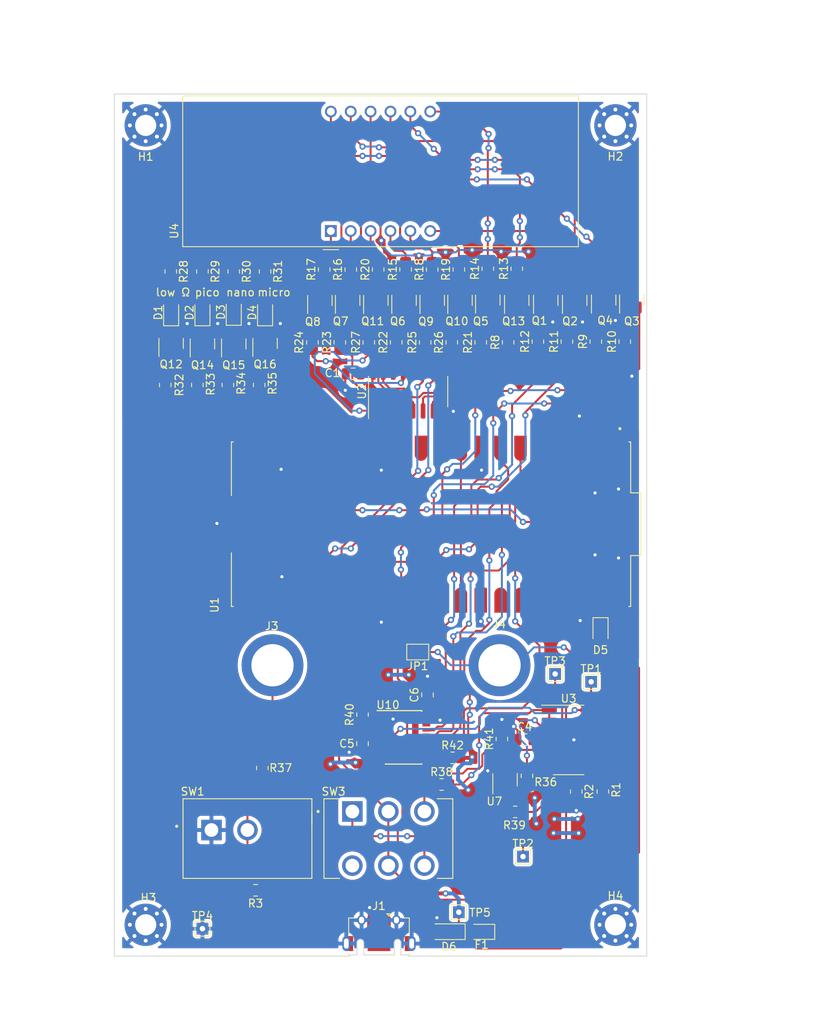
<source format=kicad_pcb>
(kicad_pcb (version 20221018) (generator pcbnew)
  (title_block (title "Multimeter Layout"))
  (layers (0 "F.Cu" signal) (31 "B.Cu" signal) (34 "B.Paste" user) (35 "F.Paste" user) (36 "B.SilkS" user "B.Silkscreen") (37 "F.SilkS" user "F.Silkscreen") (38 "B.Mask" user) (39 "F.Mask" user) (44 "Edge.Cuts" user))
  (net 0 "")
  (net 1 "+5V")
  (net 2 "GND")
  (net 3 "+3.3V")
  (net 4 "Net-(U10-REFIN+)")
  (net 5 "Net-(D1-K)")
  (net 6 "Net-(D1-A)")
  (net 7 "Net-(D2-K)")
  (net 8 "Net-(D2-A)")
  (net 9 "Net-(D3-K)")
  (net 10 "Net-(D3-A)")
  (net 11 "Net-(D4-K)")
  (net 12 "Net-(D4-A)")
  (net 13 "Net-(D5-K)")
  (net 14 "Net-(J4-Pin_1)")
  (net 15 "Net-(U3D-+)")
  (net 16 "Net-(J1-VBUS)")
  (net 20 "Net-(J3-Pin_1)")
  (net 21 "Net-(Q1-G)")
  (net 22 "Net-(Q1-D)")
  (net 23 "Net-(Q2-G)")
  (net 24 "Net-(Q2-D)")
  (net 25 "Net-(Q3-G)")
  (net 26 "Net-(Q3-D)")
  (net 27 "Net-(Q4-G)")
  (net 28 "Net-(Q4-D)")
  (net 29 "Net-(Q5-G)")
  (net 30 "Net-(Q5-D)")
  (net 31 "Net-(Q6-G)")
  (net 32 "Net-(Q6-D)")
  (net 33 "Net-(Q7-G)")
  (net 34 "Net-(Q7-D)")
  (net 35 "Net-(Q8-G)")
  (net 36 "Net-(Q8-D)")
  (net 37 "Net-(Q9-G)")
  (net 38 "Net-(Q9-D)")
  (net 39 "Net-(Q10-G)")
  (net 40 "Net-(Q10-D)")
  (net 41 "Net-(Q11-G)")
  (net 42 "Net-(Q11-D)")
  (net 43 "Net-(Q12-G)")
  (net 44 "Net-(Q13-G)")
  (net 45 "Net-(Q13-D)")
  (net 46 "Net-(Q14-G)")
  (net 47 "Net-(Q15-G)")
  (net 48 "Net-(Q16-G)")
  (net 49 "Net-(U3C-+)")
  (net 50 "Net-(U2-D0)")
  (net 51 "/Display/digit1")
  (net 52 "/Display/digit2")
  (net 53 "/Display/digit3")
  (net 54 "/Display/digit4")
  (net 55 "Net-(JP1-B)")
  (net 56 "Net-(U4-a)")
  (net 57 "Net-(U4-b)")
  (net 58 "Net-(U4-c)")
  (net 59 "Net-(U4-d)")
  (net 60 "Net-(U4-e)")
  (net 61 "Net-(U4-f)")
  (net 62 "Net-(U4-g)")
  (net 63 "Net-(U2-D1)")
  (net 64 "Net-(U2-D2)")
  (net 65 "Net-(U2-D3)")
  (net 66 "Net-(U2-D4)")
  (net 67 "Net-(U2-D5)")
  (net 68 "Net-(U2-D6)")
  (net 69 "Net-(U2-D7)")
  (net 70 "/Display/low_ohm")
  (net 71 "/Display/pico")
  (net 72 "/Display/nano")
  (net 73 "/Display/micro")
  (net 74 "Net-(U3A-+)")
  (net 75 "Net-(U3A--)")
  (net 76 "Net-(R38-Pad2)")
  (net 77 "Net-(R39-Pad1)")
  (net 78 "Net-(U3B-+)")
  (net 79 "/Analog Front End/CS")
  (net 81 "Net-(U10-CH0)")
  (net 83 "Net-(SW1-B)")
  (net 84 "/Analog Front End/SCK")
  (net 85 "/Analog Front End/SDI")
  (net 86 "/Analog Front End/SDO")
  (net 87 "/Analog Front End/MDAT")
  (net 96 "/Display/CLK")
  (net 97 "/Display/SD")
  (net 115 "Net-(U3C--)")
  (net 117 "Net-(U4-DPX)")
  (footprint "Package_TO_SOT_SMD:SOT-23" (layer "F.Cu") (at 170.5 61.2875 90)
    (fp_text reference "Q4")
    (fp_text value "2N7002")
  )
  (footprint "Resistor_SMD:R_0805_2012Metric_Pad1.20x1.40mm_HandSolder" (layer "F.Cu") (at 160.7 122 90)
    (fp_text reference "R36")
    (fp_text value "1.62k")
  )
  (footprint "Package_SO:SOIC-14_3.9x8.7mm_P1.27mm" (layer "F.Cu") (at 166.025 117.4175)
    (fp_text reference "U3")
    (fp_text value "OPA4388IDR")
  )
  (footprint "TestPoint:TestPoint_THTPad_1.5x1.5mm_Drill0.7mm" (layer "F.Cu") (at 152 139.4)
    (fp_text reference "TP5")
    (fp_text value "4952")
  )
  (footprint "Diode_SMD:D_0805_2012Metric" (layer "F.Cu") (at 154.9 141.9 180)
    (fp_text reference "F1")
    (fp_text value "2A")
  )
  (footprint "Resistor_SMD:R_0805_2012Metric_Pad1.20x1.40mm_HandSolder" (layer "F.Cu") (at 145.2 57.3875 90)
    (fp_text reference "R15")
    (fp_text value "649")
  )
  (footprint "Diode_SMD:D_0805_2012Metric" (layer "F.Cu") (at 170.1 103.5 -90)
    (fp_text reference "D5")
    (fp_text value "B140-13-F")
  )
  (footprint "Package_TO_SOT_SMD:SOT-23" (layer "F.Cu") (at 137.8 61.325 90)
    (fp_text reference "Q7")
    (fp_text value "BSS84")
  )
  (footprint "Package_TO_SOT_SMD:SOT-23" (layer "F.Cu") (at 134.25 61.35 90)
    (fp_text reference "Q8")
    (fp_text value "BSS84")
  )
  (footprint "LED_SMD:LED_0805_2012Metric" (layer "F.Cu") (at 123.25 62.825 90)
    (fp_text reference "D3")
    (fp_text value "LTST-C170KRKT")
  )
  (footprint "Multimeter:KEYSTONE_575-4" (layer "F.Cu") (at 157.2 107.8875)
    (fp_text reference "J4")
    (fp_text value "Black Banana Plug")
  )
  (footprint "Resistor_SMD:R_0805_2012Metric_Pad1.20x1.40mm_HandSolder" (layer "F.Cu") (at 133.3 66.6875 90)
    (fp_text reference "R24")
    (fp_text value "1k")
  )
  (footprint "Package_TO_SOT_SMD:SOT-23" (layer "F.Cu") (at 155.7 61.2875 90)
    (fp_text reference "Q5")
    (fp_text value "BSS84")
  )
  (footprint "Resistor_SMD:R_0805_2012Metric_Pad1.20x1.40mm_HandSolder" (layer "F.Cu") (at 159.2 126.6)
    (fp_text reference "R39")
    (fp_text value "10k+/-0.1%")
  )
  (footprint "Resistor_SMD:R_0805_2012Metric_Pad1.20x1.40mm_HandSolder" (layer "F.Cu") (at 134.8 57.3875 90)
    (fp_text reference "R17")
    (fp_text value "649")
  )
  (footprint "Multimeter:MODULE_SC0915" (layer "F.Cu") (at 148.45 89.8875 -90)
    (fp_text reference "U1")
    (fp_text value "SC0915")
  )
  (footprint "Resistor_SMD:R_0805_2012Metric_Pad1.20x1.40mm_HandSolder" (layer "F.Cu") (at 167 124 -90)
    (fp_text reference "R2")
    (fp_text value "10k")
  )
  (footprint "Package_SO:SSOP-20_4.4x6.5mm_P0.65mm" (layer "F.Cu") (at 144.95 117.125)
    (fp_text reference "U10")
    (fp_text value "MCP3561")
  )
  (footprint "Resistor_SMD:R_0805_2012Metric_Pad1.20x1.40mm_HandSolder" (layer "F.Cu") (at 149.8 123.1 180)
    (fp_text reference "R38")
    (fp_text value "1.5M+/-0.1%")
  )
  (footprint "MountingHole:MountingHole_2.7mm_Pad_Via" (layer "F.Cu") (at 172 141)
    (fp_text reference "H4")
    (fp_text value "M3")
  )
  (footprint "Capacitor_SMD:C_0805_2012Metric" (layer "F.Cu") (at 139.7 117.8875 -90)
    (fp_text reference "C5")
    (fp_text value "0.1uF")
  )
  (footprint "TestPoint:TestPoint_THTPad_1.5x1.5mm_Drill0.7mm" (layer "F.Cu") (at 168.9 110)
    (fp_text reference "TP1")
    (fp_text value "4952")
  )
  (footprint "MountingHole:MountingHole_2.7mm_Pad_Via" (layer "F.Cu") (at 112 141)
    (fp_text reference "H3")
    (fp_text value "M3")
  )
  (footprint "Resistor_SMD:R_0805_2012Metric_Pad1.20x1.40mm_HandSolder" (layer "F.Cu") (at 140.5 66.6875 90)
    (fp_text reference "R27")
    (fp_text value "1k")
  )
  (footprint "Resistor_SMD:R_0805_2012Metric_Pad1.20x1.40mm_HandSolder" (layer "F.Cu") (at 170.4 124 90)
    (fp_text reference "R1")
    (fp_text value "10k")
  )
  (footprint "Connector_USB:USB_Micro-AB_Molex_47590-0001" (layer "F.Cu") (at 141.8 143.4)
    (fp_text reference "J1")
    (fp_text value "USB_B_Micro")
    (fp_line (start -3.75 1.45) (end -2.8 1.45) (stroke (width 0.1)) (layer "Edge.Cuts"))
    (fp_line (start -2.8 -0.125) (end -2.8 1.45) (stroke (width 0.1)) (layer "Edge.Cuts"))
    (fp_line (start -1.95 -0.125) (end -1.95 1.45) (stroke (width 0.1)) (layer "Edge.Cuts"))
    (fp_line (start -1.95 1.45) (end 1.95 1.45) (stroke (width 0.1)) (layer "Edge.Cuts"))
    (fp_line (start 1.95 -0.125) (end 1.95 1.45) (stroke (width 0.1)) (layer "Edge.Cuts"))
    (fp_line (start 2.8 -0.125) (end 2.8 1.45) (stroke (width 0.1)) (layer "Edge.Cuts"))
    (fp_line (start 2.8 1.45) (end 3.75 1.45) (stroke (width 0.1)) (layer "Edge.Cuts"))
    (fp_arc (start -2.8 -0.125) (mid -2.375 -0.55) (end -1.95 -0.125) (stroke (width 0.1)) (layer "Edge.Cuts"))
    (fp_arc (start 1.95 -0.125) (mid 2.375 -0.55) (end 2.8 -0.125) (stroke (width 0.1)) (layer "Edge.Cuts"))
  )
  (footprint "Package_TO_SOT_SMD:SOT-23" (layer "F.Cu") (at 152.15 61.325 90)
    (fp_text reference "Q10")
    (fp_text value "BSS84")
  )
  (footprint "Resistor_SMD:R_0805_2012Metric_Pad1.20x1.40mm_HandSolder" (layer "F.Cu") (at 157.5 117.2875 90)
    (fp_text reference "R41")
    (fp_text value "10k+/-0.1%")
  )
  (footprint "Resistor_SMD:R_0805_2012Metric_Pad1.20x1.40mm_HandSolder" (layer "F.Cu") (at 162.1 66.5875 90)
    (fp_text reference "R12")
    (fp_text value "1k")
  )
  (footprint "Resistor_SMD:R_0805_2012Metric_Pad1.20x1.40mm_HandSolder" (layer "F.Cu") (at 148.6 57.3875 90)
    (fp_text reference "R18")
    (fp_text value "649")
  )
  (footprint "Resistor_SMD:R_0805_2012Metric_Pad1.20x1.40mm_HandSolder" (layer "F.Cu") (at 144 66.6875 90)
    (fp_text reference "R22")
    (fp_text value "1k")
  )
  (footprint "Resistor_SMD:R_0805_2012Metric_Pad1.20x1.40mm_HandSolder" (layer "F.Cu") (at 151.2 119.7 180)
    (fp_text reference "R42")
    (fp_text value "10k")
  )
  (footprint "LED_SMD:LED_0805_2012Metric" (layer "F.Cu") (at 119.25 62.8875 90)
    (fp_text reference "D2")
    (fp_text value "LTST-C170KRKT")
  )
  (footprint "Jumper:SolderJumper-2_P1.3mm_Open_Pad1.0x1.5mm" (layer "F.Cu") (at 146.75 106.2 180)
    (fp_text reference "JP1")
    (fp_text value "~")
  )
  (footprint "Resistor_SMD:R_0805_2012Metric_Pad1.20x1.40mm_HandSolder" (layer "F.Cu") (at 141.7 57.3875 90)
    (fp_text reference "R20")
    (fp_text value "649")
  )
  (footprint "Package_SO:SOIC-16_3.9x9.9mm_P1.27mm" (layer "F.Cu") (at 145.525 72.9625 90)
    (fp_text reference "U2")
    (fp_text value "4021")
  )
  (footprint "Package_TO_SOT_SMD:SOT-23" (layer "F.Cu") (at 115.25 66.825 90)
    (fp_text reference "Q12")
    (fp_text value "2N7002")
  )
  (footprint "Package_TO_SOT_SMD:SOT-23" (layer "F.Cu") (at 174.1 61.2875 90)
    (fp_text reference "Q3")
    (fp_text value "2N7002")
  )
  (footprint "Package_TO_SOT_SMD:SOT-23" (layer "F.Cu") (at 145 61.325 90)
    (fp_text reference "Q6")
    (fp_text value "BSS84")
  )
  (footprint "Package_TO_SOT_SMD:SOT-23" (layer "F.Cu") (at 141.4 61.325 90)
    (fp_text reference "Q11")
    (fp_text value "BSS84")
  )
  (footprint "TestPoint:TestPoint_THTPad_1.5x1.5mm_Drill0.7mm" (layer "F.Cu") (at 160.2 132.3)
    (fp_text reference "TP2")
    (fp_text value "4952")
  )
  (footprint "TestPoint:TestPoint_THTPad_1.5x1.5mm_Drill0.7mm" (layer "F.Cu") (at 164.3 109)
    (fp_text reference "TP3")
    (fp_text value "4952")
  )
  (footprint "Resistor_SMD:R_0805_2012Metric_Pad1.20x1.40mm_HandSolder" (layer "F.Cu") (at 115.2 57.6375 -90)
    (fp_text reference "R28")
    (fp_text value "649")
  )
  (footprint "Package_TO_SOT_SMD:SOT-23" (layer "F.Cu") (at 119.25 66.8875 90)
    (fp_text reference "Q14")
    (fp_text value "2N7002")
  )
  (footprint "MountingHole:MountingHole_2.7mm_Pad_Via" (layer "F.Cu") (at 112 39)
    (fp_text reference "H1")
    (fp_text value "M3")
  )
  (footprint "Resistor_SMD:R_0805_2012Metric_Pad1.20x1.40mm_HandSolder" (layer "F.Cu") (at 154.8 66.6875 90)
    (fp_text reference "R21")
    (fp_text value "1k")
  )
  (footprint "Resistor_SMD:R_0805_2012Metric_Pad1.20x1.40mm_HandSolder" (layer "F.Cu") (at 122.5 72.125 90)
    (fp_text reference "R34")
    (fp_text value "1k")
  )
  (footprint "Resistor_SMD:R_0805_2012Metric_Pad1.20x1.40mm_HandSolder" (layer "F.Cu") (at 123.25 57.6375 -90)
    (fp_text reference "R30")
    (fp_text value "649")
  )
  (footprint "Resistor_SMD:R_0805_2012Metric_Pad1.20x1.40mm_HandSolder" (layer "F.Cu") (at 173.2 66.5875 90)
    (fp_text reference "R10")
    (fp_text value "1k")
  )
  (footprint "Package_TO_SOT_SMD:SOT-23" (layer "F.Cu") (at 123.25 66.8875 90)
    (fp_text reference "Q15")
    (fp_text value "2N7002")
  )
  (footprint "Package_TO_SOT_SMD:SOT-23" (layer "F.Cu") (at 127.25 66.825 90)
    (fp_text reference "Q16")
    (fp_text value "2N7002")
  )
  (footprint "Resistor_SMD:R_0805_2012Metric_Pad1.20x1.40mm_HandSolder" (layer "F.Cu") (at 127.25 57.6375 -90)
    (fp_text reference "R31")
    (fp_text value "649")
  )
  (footprint "Resistor_SMD:R_0805_2012Metric_Pad1.20x1.40mm_HandSolder" (layer "F.Cu") (at 119.25 57.6375 -90)
    (fp_text reference "R29")
    (fp_text value "649")
  )
  (footprint "Resistor_SMD:R_0805_2012Metric_Pad1.20x1.40mm_HandSolder" (layer "F.Cu") (at 118.6 72.125 90)
    (fp_text reference "R33")
    (fp_text value "1k")
  )
  (footprint "TestPoint:TestPoint_THTPad_1.5x1.5mm_Drill0.7mm" (layer "F.Cu") (at 119.25 141.5)
    (fp_text reference "TP4")
    (fp_text value "4952")
  )
  (footprint "Package_TO_SOT_SMD:SOT-23" (layer "F.Cu") (at 159.4 61.325 90)
    (fp_text reference "Q13")
    (fp_text value "BSS84")
  )
  (footprint "Resistor_SMD:R_0805_2012Metric_Pad1.20x1.40mm_HandSolder" (layer "F.Cu") (at 158.3 66.6875 90)
    (fp_text reference "R8")
    (fp_text value "1k")
  )
  (footprint "Resistor_SMD:R_0805_2012Metric_Pad1.20x1.40mm_HandSolder" (layer "F.Cu") (at 138.2 57.3875 90)
    (fp_text reference "R16")
    (fp_text value "649")
  )
  (footprint "Resistor_SMD:R_0805_2012Metric_Pad1.20x1.40mm_HandSolder" (layer "F.Cu") (at 151.1 66.6875 90)
    (fp_text reference "R26")
    (fp_text value "1k")
  )
  (footprint "Diode_SMD:D_SOD-123F" (layer "F.Cu") (at 150.6 141.8875 180)
    (fp_text reference "D6")
    (fp_text value "SMF6.0A")
  )
  (footprint "Resistor_SMD:R_0805_2012Metric_Pad1.20x1.40mm_HandSolder" (layer "F.Cu") (at 155.7 57.2875 90)
    (fp_text reference "R14")
    (fp_text value "649")
  )
  (footprint "Resistor_SMD:R_0805_2012Metric_Pad1.20x1.40mm_HandSolder" (layer "F.Cu") (at 159.4 57.2875 90)
    (fp_text reference "R13")
    (fp_text value "649")
  )
  (footprint "Resistor_SMD:R_0805_2012Metric_Pad1.20x1.40mm_HandSolder" (layer "F.Cu") (at 165.8 66.5875 90)
    (fp_text reference "R11")
    (fp_text value "1k")
  )
  (footprint "LED_SMD:LED_0805_2012Metric" (layer "F.Cu") (at 115.25 62.8875 90)
    (fp_text reference "D1")
    (fp_text value "LTST-C170KRKT")
  )
  (footprint "Multimeter:SW_GF-123-0054" (layer "F.Cu") (at 125 130)
    (fp_text reference "SW1")
    (fp_text value "GF-123-0054")
  )
  (footprint "MountingHole:MountingHole_2.7mm_Pad_Via" (layer "F.Cu") (at 172 39)
    (fp_text reference "H2")
    (fp_text value "M3")
  )
  (footprint "Resistor_SMD:R_0805_2012Metric_Pad1.20x1.40mm_HandSolder" (layer "F.Cu") (at 152 57.3875 90)
    (fp_text reference "R19")
    (fp_text value "649")
  )
  (footprint "Capacitor_SMD:C_0805_2012Metric" (layer "F.Cu") (at 160.45 117.3775 180)
    (fp_text reference "C4")
    (fp_text value "0.1uF")
  )
  (footprint "Package_TO_SOT_SMD:SOT-23" (layer "F.Cu") (at 166.8 61.325 90)
    (fp_text reference "Q2")
    (fp_text value "2N7002")
  )
  (footprint "Multimeter:KEYSTONE_575-4" (layer "F.Cu") (at 128.2 107.8875)
    (fp_text reference "J3")
    (fp_text value "Red  Banana Plug")
  )
  (footprint "Package_TO_SOT_SMD:SOT-23" (layer "F.Cu") (at 163.1 61.325 90)
    (fp_text reference "Q1")
    (fp_text value "2N7002")
  )
  (footprint "Capacitor_SMD:C_0805_2012Metric" (layer "F.Cu") (at 148 111.6625 90)
    (fp_text reference "C6")
    (fp_text value "0.1uF")
  )
  (footprint "Package_TO_SOT_SMD:SOT-23" (layer "F.Cu") (at 148.6 61.325 90)
    (fp_text reference "Q9")
    (fp_text value "BSS84")
  )
  (footprint "LED_SMD:LED_0805_2012Metric" (layer "F.Cu") (at 127.25 62.8875 90)
    (fp_text reference "D4")
    (fp_text value "LTST-C170KRKT")
  )
  (footprint "Capacitor_SMD:C_0805_2012Metric" (layer "F.Cu") (at 138.5 70.7 180)
    (fp_text reference "C1")
    (fp_text value "0.1uF")
  )
  (footprint "Resistor_SMD:R_0805_2012Metric_Pad1.20x1.40mm_HandSolder" (layer "F.Cu") (at 126.5 72.125 90)
    (fp_text reference "R35")
    (fp_text value "1k")
  )
  (footprint "Resistor_SMD:R_0805_2012Metric_Pad1.20x1.40mm_HandSolder" (layer "F.Cu") (at 139.7 114.1875 90)
    (fp_text reference "R40")
    (fp_text value "10k+/-0.1%")
  )
  (footprint "Resistor_SMD:R_0805_2012Metric_Pad1.20x1.40mm_HandSolder" (layer "F.Cu") (at 147.7 66.6875 90)
    (fp_text reference "R25")
    (fp_text value "1k")
  )
  (footprint "Package_TO_SOT_SMD:SOT-23-5" (layer "F.Cu") (at 157.9 122.5 90)
    (fp_text reference "U7")
    (fp_text value "LM4030-2.5")
  )
  (footprint "Capacitor_SMD:C_0805_2012Metric_Pad1.18x1.45mm_HandSolder" (layer "F.Cu") (at 126.0375 136.6 180)
    (fp_text reference "R3")
    (fp_text value "10k")
  )
  (footprint "Resistor_SMD:R_0805_2012Metric_Pad1.20x1.40mm_HandSolder" (layer "F.Cu") (at 169.5 66.5875 90)
    (fp_text reference "R9")
    (fp_text value "1k")
  )
  (footprint "Resistor_SMD:R_0805_2012Metric_Pad1.20x1.40mm_HandSolder" (layer "F.Cu") (at 114.5 72.125 90)
    (fp_text reference "R32")
    (fp_text value "1k")
  )
  (footprint "Resistor_SMD:R_0805_2012Metric_Pad1.20x1.40mm_HandSolder" (layer "F.Cu") (at 136.8 66.6875 90)
    (fp_text reference "R23")
    (fp_text value "1k")
  )
  (footprint "Resistor_SMD:R_0805_2012Metric_Pad1.20x1.40mm_HandSolder" (layer "F.Cu") (at 126.9 121 -90)
    (fp_text reference "R37")
    (fp_text value "511k+/-0.1%")
  )
  (footprint "Display_7Segment:CA56-12SURKWA" (layer "F.Cu") (at 135.65 52.4775 90)
    (fp_text reference "U4")
    (fp_text value "CC56-12SURKWA")
  )
  (footprint "Multimeter:SW_GF-126-0159" (layer "F.Cu") (at 143 130)
    (fp_text reference "SW3")
    (fp_text value "GF-126-0159")
  )
  (gr_line (start 138.05 144.85) (end 138.05 145) (stroke (width 0.1)) (layer "Edge.Cuts"))
  (gr_line (start 108 145) (end 138.05 145) (stroke (width 0.1)) (layer "Edge.Cuts"))
  (gr_line (start 108 35) (end 108 145) (stroke (width 0.1)) (layer "Edge.Cuts"))
  (gr_line (start 176 35) (end 176 145) (stroke (width 0.1)) (layer "Edge.Cuts"))
  (gr_line (start 145.55 145) (end 176 145) (stroke (width 0.1)) (layer "Edge.Cuts"))
  (gr_line (start 108 35) (end 176 35) (stroke (width 0.1)) (layer "Edge.Cuts"))
  (gr_line (start 145.55 144.85) (end 145.55 145) (stroke (width 0.1)) (layer "Edge.Cuts"))
  (gr_text "micro" (at 126.2 60.8875) (layer "F.SilkS") (effects (font (size 1 1)) (justify left bottom)))
  (gr_text "low Ω" (at 113.2 60.8875) (layer "F.SilkS") (effects (font (size 1 1)) (justify left bottom)))
  (gr_text "pico" (at 118.2 60.8875) (layer "F.SilkS") (effects (font (size 1 1)) (justify left bottom)))
  (gr_text "nano" (at 122.2 60.8875) (layer "F.SilkS") (effects (font (size 1 1)) (justify left bottom)))
  (segment (start 153.95 141.8875) (end 153.9625 141.9) (width 0.25) (layer "F.Cu") (net 1))
  (segment (start 152 141.8875) (end 153.95 141.8875) (width 0.25) (layer "F.Cu") (net 1))
  (segment (start 141.08 68.87) (end 142.1 67.85) (width 0.25) (layer "F.Cu") (net 1))
  (segment (start 137.85 137.95) (end 137.5 138.3) (width 0.5) (layer "F.Cu") (net 1))
  (segment (start 120.3 138.3) (end 110.7 128.7) (width 0.5) (layer "F.Cu") (net 1))
  (segment (start 173.2 106.6) (end 170.4 106.6) (width 0.5) (layer "F.Cu") (net 1))
  (segment (start 137.5 138.3) (end 120.3 138.3) (width 0.5) (layer "F.Cu") (net 1))
  (segment (start 154.3 143.9) (end 153.9625 143.5625) (width 0.5) (layer "F.Cu") (net 1))
  (segment (start 153.9625 143.5625) (end 153.9625 141.9) (width 0.5) (layer "F.Cu") (net 1))
  (segment (start 167.7 135.5) (end 169.6 133.6) (width 0.5) (layer "F.Cu") (net 1))
  (segment (start 170.4 106.6) (end 170.1 106.3) (width 0.5) (layer "F.Cu") (net 1))
  (segment (start 165 143.9) (end 167.7 141.2) (width 0.5) (layer "F.Cu") (net 1))
  (segment (start 143.5 137) (end 142.55 137.95) (width 0.5) (layer "F.Cu") (net 1))
  (segment (start 142.55 137.95) (end 137.85 137.95) (width 0.5) (layer "F.Cu") (net 1))
  (segment (start 157.4 143.9) (end 154.3 143.9) (width 0.5) (layer "F.Cu") (net 1))
  (segment (start 170.1 106.3) (end 170.1 104.4375) (width 0.5) (layer "F.Cu") (net 1))
  (segment (start 152 139.4) (end 152 141.8875) (width 0.25) (layer "F.Cu") (net 1))
  (segment (start 173 133.6) (end 174.9 131.7) (width 0.5) (layer "F.Cu") (net 1))
  (segment (start 110.7 128.7) (end 110.7 74.4) (width 0.5) (layer "F.Cu") (net 1))
  (segment (start 174.9 131.7) (end 174.9 108.3) (width 0.5) (layer "F.Cu") (net 1))
  (segment (start 169.6 133.6) (end 173 133.6) (width 0.5) (layer "F.Cu") (net 1))
  (segment (start 167.7 141.2) (end 167.7 135.5) (width 0.5) (layer "F.Cu") (net 1))
  (segment (start 141.08 70.4875) (end 141.08 68.87) (width 0.25) (layer "F.Cu") (net 1))
  (segment (start 142 53.6) (end 142.1 53.7) (width 0.25) (layer "F.Cu") (net 1))
  (segment (start 139.5 51.7) (end 139.5 53.2) (width 0.25) (layer "F.Cu") (net 1))
  (segment (start 142.1 67.85) (end 142.1 67.35) (width 0.25) (layer "F.Cu") (net 1))
  (segment (start 174.9 108.3) (end 173.2 106.6) (width 0.5) (layer "F.Cu") (net 1))
  (segment (start 142 53.6) (end 142 51.9) (width 0.25) (layer "F.Cu") (net 1))
  (segment (start 157.4 143.9) (end 165 143.9) (width 0.5) (layer "F.Cu") (net 1))
  (segment (start 137 51.6) (end 137 53.4) (width 0.25) (layer "F.Cu") (net 1))
  (segment (start 150.3 137) (end 143.5 137) (width 0.5) (layer "F.Cu") (net 1))
  (via (at 150.3 55.2) (size 0.8) (drill 0.4) (layers "F.Cu" "B.Cu") (net 1))
  (via (at 142.1 53.7) (size 0.8) (drill 0.4) (layers "F.Cu" "B.Cu") (net 1))
  (via (at 160.9 55.1) (size 0.8) (drill 0.4) (layers "F.Cu" "B.Cu") (net 1))
  (via (at 157.4 55.1) (size 0.8) (drill 0.4) (layers "F.Cu" "B.Cu") (net 1))
  (via (at 146.9 55.6) (size 0.8) (drill 0.4) (layers "F.Cu" "B.Cu") (net 1))
  (via (at 150.3 137) (size 0.8) (drill 0.4) (layers "F.Cu" "B.Cu") (net 1))
  (via (at 153.7 54.9) (size 0.8) (drill 0.4) (layers "F.Cu" "B.Cu") (net 1))
  (segment (start 151.9 54.9) (end 153.7 54.9) (width 0.25) (layer "B.Cu") (net 1))
  (segment (start 146.9 55.6) (end 148.4 55.6) (width 0.25) (layer "B.Cu") (net 1))
  (segment (start 142.1 53.7) (end 142.1 54.3) (width 0.25) (layer "B.Cu") (net 1))
  (segment (start 150.3 55.2) (end 151.6 55.2) (width 0.25) (layer "B.Cu") (net 1))
  (segment (start 142.1 54.3) (end 143.4 55.6) (width 0.25) (layer "B.Cu") (net 1))
  (segment (start 151.6 55.2) (end 151.9 54.9) (width 0.25) (layer "B.Cu") (net 1))
  (segment (start 150.3 137) (end 151.3 137) (width 0.5) (layer "B.Cu") (net 1))
  (segment (start 143.4 55.6) (end 146.9 55.6) (width 0.25) (layer "B.Cu") (net 1))
  (segment (start 148.8 55.2) (end 150.3 55.2) (width 0.25) (layer "B.Cu") (net 1))
  (segment (start 153.7 54.9) (end 157.2 54.9) (width 0.25) (layer "B.Cu") (net 1))
  (segment (start 148.4 55.6) (end 148.8 55.2) (width 0.25) (layer "B.Cu") (net 1))
  (segment (start 151.3 137) (end 152 137.7) (width 0.5) (layer "B.Cu") (net 1))
  (segment (start 152 137.7) (end 152 139.4) (width 0.5) (layer "B.Cu") (net 1))
  (segment (start 157.2 54.9) (end 157.4 55.1) (width 0.25) (layer "B.Cu") (net 1))
  (segment (start 157.4 55.1) (end 160.9 55.1) (width 0.25) (layer "B.Cu") (net 1))
  (segment (start 171.45 63.3375) (end 172 63.8875) (width 0.25) (layer "F.Cu") (net 2))
  (segment (start 157.5 116.2875) (end 157.5 114.8) (width 0.25) (layer "F.Cu") (net 2))
  (segment (start 175.05 70.05) (end 174.1 71) (width 0.25) (layer "F.Cu") (net 2))
  (segment (start 166.7 117.4) (end 167.065 117.4) (width 0.25) (layer "F.Cu") (net 2))
  (segment (start 172.45 85.45) (end 172.4 85.4) (width 0.25) (layer "F.Cu") (net 2))
  (segment (start 167.065 117.4) (end 167.0825 117.4175) (width 0.25) (layer "F.Cu") (net 2))
  (segment (start 120.2 67.825) (end 120.2 65.2875) (width 0.25) (layer "F.Cu") (net 2))
  (segment (start 128.2 67.7625) (end 128.2 65.2875) (width 0.25) (layer "F.Cu") (net 2))
  (segment (start 124.2 65.2875) (end 125.2 64.2875) (width 0.25) (layer "F.Cu") (net 2))
  (segment (start 148 110.7125) (end 148 109.2875) (width 0.25) (layer "F.Cu") (net 2))
  (segment (start 137.5 72.8) (end 137.5 70.75) (width 0.25) (layer "F.Cu") (net 2))
  (segment (start 171.45 62.225) (end 171.45 63.3375) (width 0.25) (layer "F.Cu") (net 2))
  (segment (start 142.2 114.8875) (end 143.4625 114.8875) (width 0.25) (layer "F.Cu") (net 2))
  (segment (start 148 114.8875) (end 149.6 114.8875) (width 0.25) (layer "F.Cu") (net 2))
  (segment (start 167 125) (end 167 126.4125) (width 0.25) (layer "F.Cu") (net 2))
  (segment (start 149.97 75.4375) (end 151.25 75.4375) (width 0.25) (layer "F.Cu") (net 2))
  (segment (start 142.1 80.1975) (end 142.1 82.9875) (width 0.25) (layer "F.Cu") (net 2))
  (segment (start 151.25 75.4375) (end 151.3 75.4875) (width 0.25) (layer "F.Cu") (net 2))
  (segment (start 155.7 121.35) (end 156.9375 121.35) (width 0.25) (layer "F.Cu") (net 2))
  (segment (start 129.4 99.5775) (end 129.4 96.5875) (width 0.25) (layer "F.Cu") (net 2))
  (segment (start 172.45 94.15) (end 172.4 94.2) (width 0.25) (layer "F.Cu") (net 2))
  (segment (start 156.9375 121.35) (end 156.95 121.3625) (width 0.25) (layer "F.Cu") (net 2))
  (segment (start 141.8 143.55) (end 141.8 142.1) (width 0.25) (layer "F.Cu") (net 2))
  (segment (start 167.75 62.2625) (end 167.75 64.0375) (width 0.25) (layer "F.Cu") (net 2))
  (segment (start 140.7 142) (end 140.5 141.8) (width 0.25) (layer "F.Cu") (net 2))
  (segment (start 169.42 93.78) (end 169.4 93.8) (width 0.25) (layer "F.Cu") (net 2))
  (segment (start 172.45 87.1625) (end 172.45 85.45) (width 0.25) (layer "F.Cu") (net 2))
  (segment (start 129.4 82.7875) (end 129.3 82.8875) (width 0.25) (layer "F.Cu") (net 2))
  (segment (start 137.5 70.75) (end 137.55 70.7) (width 0.25) (layer "F.Cu") (net 2))
  (segment (start 123.75 89.8875) (end 121.2 89.8875) (width 0.25) (layer "F.Cu") (net 2))
  (segment (start 140.6 138.8) (end 140.5 138.9) (width 0.25) (layer "F.Cu") (net 2))
  (segment (start 169.42 87.4625) (end 169.42 85.92) (width 0.25) (layer "F.Cu") (net 2))
  (segment (start 139.7 118.8375) (end 138.15 118.8375) (width 0.25) (layer "F.Cu") (net 2))
  (segment (start 154.8 82.8875) (end 154.9 82.9875) (width 0.25) (layer "F.Cu") (net 2))
  (segment (start 164.05 64.0375) (end 164 64.0875) (width 0.25) (layer "F.Cu") (net 2))
  (segment (start 154.8 80.1975) (end 154.8 82.8875) (width 0.25) (layer "F.Cu") (net 2))
  (segment (start 138.15 118.8375) (end 138 118.9875) (width 0.25) (layer "F.Cu") (net 2))
  (segment (start 167.5 99.5775) (end 167.5 102.1875) (width 0.25) (layer "F.Cu") (net 2))
  (segment (start 167.75 64.0375) (end 167.8 64.0875) (width 0.25) (layer "F.Cu") (net 2))
  (segment (start 143.4625 114.8875) (end 143.6 114.75) (width 0.25) (layer "F.Cu") (net 2))
  (segment (start 140.5 138.9) (end 140.5 140.875) (width 0.25) (layer "F.Cu") (net 2))
  (segment (start 128.2 65.2875) (end 129.2 64.2875) (width 0.25) (layer "F.Cu") (net 2))
  (segment (start 159.5 116.2) (end 159 115.7) (width 0.25) (layer "F.Cu") (net 2))
  (segment (start 156.9 121.3125) (end 156.95 121.3625) (width 0.25) (layer "F.Cu") (net 2))
  (segment (start 124.2 67.825) (end 124.2 65.2875) (width 0.25) (layer "F.Cu") (net 2))
  (segment (start 154.8 99.5775) (end 154.8 102.2875) (width 0.25) (layer "F.Cu") (net 2))
  (segment (start 159.5 117.3775) (end 159.5 116.2) (width 0.25) (layer "F.Cu") (net 2))
  (segment (start 116.2 65.3875) (end 117.3 64.2875) (width 0.25) (layer "F.Cu") (net 2))
  (segment (start 142.1 99.5775) (end 142.1 102.3875) (width 0.25) (layer "F.Cu") (net 2))
  (segment (start 120.2 65.2875) (end 121.2 64.2875) (width 0.25) (layer "F.Cu") (net 2))
  (segment (start 141.7 142) (end 140.7 142) (width 0.25) (layer "F.Cu") (net 2))
  (segment (start 129.4 80.1975) (end 129.4 82.7875) (width 0.25) (layer "F.Cu") (net 2))
  (segment (start 164.05 62.2625) (end 164.05 64.0375) (width 0.25) (layer "F.Cu") (net 2))
  (segment (start 141.8 142.1) (end 141.7 142) (width 0.25) (layer "F.Cu") (net 2))
  (segment (start 169.42 85.92) (end 169.4 85.9) (width 0.25) (layer "F.Cu") (net 2))
  (segment (start 149.2 141.8875) (end 149.2 140.1) (width 0.25) (layer "F.Cu") (net 2))
  (segment (start 121.2 89.8875) (end 121.1 89.7875) (width 0.25) (layer "F.Cu") (net 2))
  (segment (start 169.42 92.3125) (end 169.42 93.78) (width 0.25) (layer "F.Cu") (net 2))
  (segment (start 175.05 62.225) (end 175.05 70.05) (width 0.25) (layer "F.Cu") (net 2))
  (segment (start 116.2 67.7625) (end 116.2 65.3875) (width 0.25) (layer "F.Cu") (net 2))
  (segment (start 140.5 141.8) (end 140.5 140.875) (width 0.25) (layer "F.Cu") (net 2))
  (segment (start 167.0825 117.4175) (end 168.5 117.4175) (width 0.25) (layer "F.Cu") (net 2))
  (segment (start 167.5 80.1975) (end 167.5 76.1875) (width 0.25) (layer "F.Cu") (net 2))
  (segment (start 172.45 92.6125) (end 172.45 94.15) (width 0.25) (layer "F.Cu") (net 2))
  (segment (start 167.5 76.1875) (end 167.4 76.0875) (width 0.25) (layer "F.Cu") (net 2))
  (via (at 167 126.4125) (size 0.8) (drill 0.4) (layers "F.Cu" "B.Cu") (net 2))
  (via (at 149.2 140.1) (size 0.8) (drill 0.4) (layers "F.Cu" "B.Cu") (net 2))
  (via (at 174.1 71) (size 0.8) (drill 0.4) (layers "F.Cu" "B.Cu") (net 2))
  (via (at 159 115.7) (size 0.8) (drill 0.4) (layers "F.Cu" "B.Cu") (net 2))
  (via (at 166.7 117.4) (size 0.8) (drill 0.4) (layers "F.Cu" "B.Cu") (net 2))
  (via (at 138 118.9875) (size 0.8) (drill 0.4) (layers "F.Cu" "B.Cu") (net 2))
  (via (at 121.1 89.7875) (size 0.8) (drill 0.4) (layers "F.Cu" "B.Cu") (net 2))
  (via (at 125.2 64.2875) (size 0.8) (drill 0.4) (layers "F.Cu" "B.Cu") (net 2))
  (via (at 154.8 102.2875) (size 0.8) (drill 0.4) (layers "F.Cu" "B.Cu") (net 2))
  (via (at 167.4 76.0875) (size 0.8) (drill 0.4) (layers "F.Cu" "B.Cu") (net 2))
  (via (at 142.1 82.9875) (size 0.8) (drill 0.4) (layers "F.Cu" "B.Cu") (net 2))
  (via (at 117.3 64.2875) (size 0.8) (drill 0.4) (layers "F.Cu" "B.Cu") (net 2))
  (via (at 140.6 138.8) (size 0.8) (drill 0.4) (layers "F.Cu" "B.Cu") (net 2))
  (via (at 172 63.8875) (size 0.8) (drill 0.4) (layers "F.Cu" "B.Cu") (net 2))
  (via (at 148 109.2875) (size 0.8) (drill 0.4) (layers "F.Cu" "B.Cu") (net 2))
  (via (at 169.4 85.9) (size 0.8) (drill 0.4) (layers "F.Cu" "B.Cu") (net 2))
  (via (at 149.6 114.8875) (size 0.8) (drill 0.4) (layers "F.Cu" "B.Cu") (net 2))
  (via (at 169.4 93.8) (size 0.8) (drill 0.4) (layers "F.Cu" "B.Cu") (net 2))
  (via (at 142.1 102.3875) (size 0.8) (drill 0.4) (layers "F.Cu" "B.Cu") (net 2))
  (via (at 129.3 82.8875) (size 0.8) (drill 0.4) (layers "F.Cu" "B.Cu") (net 2))
  (via (at 167.8 64.0875) (size 0.8) (drill 0.4) (layers "F.Cu" "B.Cu") (net 2))
  (via (at 129.4 96.5875) (size 0.8) (drill 0.4) (layers "F.Cu" "B.Cu") (net 2))
  (via (at 167.5 102.1875) (size 0.8) (drill 0.4) (layers "F.Cu" "B.Cu") (net 2))
  (via (at 172.4 85.4) (size 0.8) (drill 0.4) (layers "F.Cu" "B.Cu") (net 2))
  (via (at 154.9 82.9875) (size 0.8) (drill 0.4) (layers "F.Cu" "B.Cu") (net 2))
  (via (at 164 64.0875) (size 0.8) (drill 0.4) (layers "F.Cu" "B.Cu") (net 2))
  (via (at 143.6 114.75) (size 0.8) (drill 0.4) (layers "F.Cu" "B.Cu") (net 2))
  (via (at 172.4 94.2) (size 0.8) (drill 0.4) (layers "F.Cu" "B.Cu") (net 2))
  (via (at 157.5 114.8) (size 0.8) (drill 0.4) (layers "F.Cu" "B.Cu") (net 2))
  (via (at 121.2 64.2875) (size 0.8) (drill 0.4) (layers "F.Cu" "B.Cu") (net 2))
  (via (at 137.5 72.8) (size 0.8) (drill 0.4) (layers "F.Cu" "B.Cu") (net 2))
  (via (at 155.7 121.35) (size 0.8) (drill 0.4) (layers "F.Cu" "B.Cu") (net 2))
  (via (at 129.2 64.2875) (size 0.8) (drill 0.4) (layers "F.Cu" "B.Cu") (net 2))
  (via (at 151.3 75.4875) (size 0.8) (drill 0.4) (layers "F.Cu" "B.Cu") (net 2))
  (segment (start 164.8 117.2) (end 164.8 116.627208) (width 0.25) (layer "F.Cu") (net 3))
  (segment (start 165.2 116.227208) (end 165.2 110.6) (width 0.25) (layer "F.Cu") (net 3))
  (segment (start 162.42 99.5775) (end 162.42 102.42) (width 0.5) (layer "F.Cu") (net 3))
  (segment (start 164.8 116.627208) (end 165.2 116.227208) (width 0.25) (layer "F.Cu") (net 3))
  (segment (start 164.5825 117.4175) (end 164.8 117.2) (width 0.25) (layer "F.Cu") (net 3))
  (segment (start 162.42 102.42) (end 163 103) (width 0.5) (layer "F.Cu") (net 3))
  (segment (start 163.55 117.4175) (end 164.5825 117.4175) (width 0.25) (layer "F.Cu") (net 3))
  (via (at 145.6 109.1) (size 0.8) (drill 0.4) (layers "F.Cu" "B.Cu") (net 3))
  (via (at 153.2 123.8) (size 0.8) (drill 0.4) (layers "F.Cu" "B.Cu") (net 3))
  (via (at 143 109.1) (size 0.8) (drill 0.4) (layers "F.Cu" "B.Cu") (net 3))
  (via (at 164.2 127.5) (size 0.8) (drill 0.4) (layers "F.Cu" "B.Cu") (net 3))
  (via (at 167.3 129.3) (size 0.8) (drill 0.4) (layers "F.Cu" "B.Cu") (net 3))
  (via (at 161.7 124.8) (size 0.8) (drill 0.4) (layers "F.Cu" "B.Cu") (net 3))
  (via (at 135.6 120.5) (size 0.8) (drill 0.4) (layers "F.Cu" "B.Cu") (net 3))
  (via (at 167.2 127.5) (size 0.8) (drill 0.4) (layers "F.Cu" "B.Cu") (net 3))
  (via (at 138.8 120.3) (size 0.8) (drill 0.4) (layers "F.Cu" "B.Cu") (net 3))
  (via (at 161.9 128.1) (size 0.8) (drill 0.4) (layers "F.Cu" "B.Cu") (net 3))
  (via (at 164.1 129.3) (size 0.8) (drill 0.4) (layers "F.Cu" "B.Cu") (net 3))
  (via (at 153.7 119.6) (size 0.8) (drill 0.4) (layers "F.Cu" "B.Cu") (net 3))
  (segment (start 151.892 122.492) (end 153.2 123.8) (width 0.5) (layer "B.Cu") (net 3))
  (segment (start 151.9 121.1) (end 151.9 122.484) (width 0.5) (layer "B.Cu") (net 3))
  (segment (start 138.8 120.3) (end 135.8 120.3) (width 0.5) (layer "B.Cu") (net 3))
  (segment (start 167.3 129.3) (end 164.1 129.3) (width 0.5) (layer "B.Cu") (net 3))
  (segment (start 153.7 120.2) (end 153.5 120.4) (width 0.5) (layer "B.Cu") (net 3))
  (segment (start 151.9 122.484) (end 151.892 122.492) (width 0.5) (layer "B.Cu") (net 3))
  (segment (start 161.7 127.9) (end 161.9 128.1) (width 0.5) (layer "B.Cu") (net 3))
  (segment (start 153.7 119.6) (end 153.7 120.2) (width 0.5) (layer "B.Cu") (net 3))
  (segment (start 143 109.1) (end 145.6 109.1) (width 0.5) (layer "B.Cu") (net 3))
  (segment (start 161.7 124.8) (end 161.7 127.9) (width 0.5) (layer "B.Cu") (net 3))
  (segment (start 164.2 127.5) (end 167.2 127.5) (width 0.5) (layer "B.Cu") (net 3))
  (segment (start 135.8 120.3) (end 135.6 120.5) (width 0.5) (layer "B.Cu") (net 3))
  (segment (start 152.6 120.4) (end 151.9 121.1) (width 0.5) (layer "B.Cu") (net 3))
  (segment (start 153.5 120.4) (end 152.6 120.4) (width 0.5) (layer "B.Cu") (net 3))
  (segment (start 142.2 116.1875) (end 139.7 116.1875) (width 0.25) (layer "F.Cu") (net 4))
  (segment (start 139.7 116.1875) (end 139.7 116.9375) (width 0.25) (layer "F.Cu") (net 4))
  (segment (start 139.7 115.1875) (end 139.7 116.1875) (width 0.25) (layer "F.Cu") (net 4))
  (segment (start 115.25 63.825) (end 115.25 65.8875) (width 0.25) (layer "F.Cu") (net 5))
  (segment (start 115.2 61.9) (end 115.25 61.95) (width 0.25) (layer "F.Cu") (net 6))
  (segment (start 115.2 58.6375) (end 115.2 61.9) (width 0.25) (layer "F.Cu") (net 6))
  (segment (start 119.25 63.825) (end 119.25 65.95) (width 0.25) (layer "F.Cu") (net 7))
  (segment (start 119.25 58.6375) (end 119.25 61.95) (width 0.25) (layer "F.Cu") (net 8))
  (segment (start 123.25 63.7625) (end 123.25 65.95) (width 0.25) (layer "F.Cu") (net 9))
  (segment (start 123.25 58.6375) (end 123.25 61.8875) (width 0.25) (layer "F.Cu") (net 10))
  (segment (start 127.25 63.825) (end 127.25 65.8875) (width 0.25) (layer "F.Cu") (net 11))
  (segment (start 127.25 58.6375) (end 127.25 61.95) (width 0.25) (layer "F.Cu") (net 12))
  (segment (start 170.1 99.6375) (end 170.04 99.5775) (width 0.25) (layer "F.Cu") (net 13))
  (segment (start 170.1 102.5625) (end 170.1 99.6375) (width 0.25) (layer "F.Cu") (net 13))
  (segment (start 166.5 106.5) (end 166.5 110.5) (width 0.25) (layer "F.Cu") (net 14))
  (segment (start 161.8 126.6) (end 163.55 124.85) (width 0.25) (layer "F.Cu") (net 14))
  (segment (start 165.7 116.363604) (end 165.25 116.813604) (width 0.25) (layer "F.Cu") (net 14))
  (segment (start 165.4 105.6) (end 165.6 105.6) (width 0.25) (layer "F.Cu") (net 14))
  (segment (start 160.2 126.6) (end 160.2 132.3) (width 0.25) (layer "F.Cu") (net 14))
  (segment (start 164.6425 119.9575) (end 163.55 119.9575) (width 0.25) (layer "F.Cu") (net 14))
  (segment (start 163.55 124.85) (end 163.55 121.2275) (width 0.25) (layer "F.Cu") (net 14))
  (segment (start 160.2 126.6) (end 161.8 126.6) (width 0.25) (layer "F.Cu") (net 14))
  (segment (start 163.55 119.9575) (end 163.55 121.2275) (width 0.25) (layer "F.Cu") (net 14))
  (segment (start 165.25 119.35) (end 164.6425 119.9575) (width 0.25) (layer "F.Cu") (net 14))
  (segment (start 165.6 105.6) (end 166.5 106.5) (width 0.25) (layer "F.Cu") (net 14))
  (segment (start 165.7 111.3) (end 165.7 116.363604) (width 0.25) (layer "F.Cu") (net 14))
  (segment (start 165.25 116.813604) (end 165.25 119.35) (width 0.25) (layer "F.Cu") (net 14))
  (segment (start 166.5 110.5) (end 165.7 111.3) (width 0.25) (layer "F.Cu") (net 14))
  (segment (start 147.4 106.2) (end 149.3 106.2) (width 0.25) (layer "F.Cu") (net 14))
  (via (at 149.3 106.2) (size 0.8) (drill 0.4) (layers "F.Cu" "B.Cu") (net 14))
  (via (at 165.4 105.6) (size 0.8) (drill 0.4) (layers "F.Cu" "B.Cu") (net 14))
  (segment (start 159.3125 107.8875) (end 160.9 106.3) (width 0.25) (layer "B.Cu") (net 14))
  (segment (start 149.3 106.2) (end 150.9875 107.8875) (width 0.25) (layer "B.Cu") (net 14))
  (segment (start 161.6 105.6) (end 165.4 105.6) (width 0.25) (layer "B.Cu") (net 14))
  (segment (start 160.9 106.3) (end 161.6 105.6) (width 0.25) (layer "B.Cu") (net 14))
  (segment (start 150.9875 107.8875) (end 157.2 107.8875) (width 0.25) (layer "B.Cu") (net 14))
  (segment (start 157.2 107.8875) (end 159.3125 107.8875) (width 0.25) (layer "B.Cu") (net 14))
  (segment (start 145.045 135.5) (end 143 133.455) (width 0.25) (layer "F.Cu") (net 15))
  (segment (start 163.2 134.3) (end 150.7 134.3) (width 0.25) (layer "F.Cu") (net 15))
  (segment (start 126.9 122) (end 126.9 123.4) (width 0.25) (layer "F.Cu") (net 15))
  (segment (start 150.7 134.3) (end 149.5 135.5) (width 0.25) (layer "F.Cu") (net 15))
  (segment (start 166.5525 116.1475) (end 165.7 117) (width 0.25) (layer "F.Cu") (net 15))
  (segment (start 165.7 117) (end 165.7 131.8) (width 0.25) (layer "F.Cu") (net 15))
  (segment (start 168.5 116.1475) (end 166.5525 116.1475) (width 0.25) (layer "F.Cu") (net 15))
  (segment (start 126.9 123.4) (end 127.5 124) (width 0.25) (layer "F.Cu") (net 15))
  (segment (start 140.455 124) (end 143 126.545) (width 0.25) (layer "F.Cu") (net 15))
  (segment (start 165.7 131.8) (end 163.2 134.3) (width 0.25) (layer "F.Cu") (net 15))
  (segment (start 127.5 124) (end 140.455 124) (width 0.25) (layer "F.Cu") (net 15))
  (segment (start 143 126.545) (end 143 133.455) (width 0.25) (layer "F.Cu") (net 15))
  (segment (start 149.5 135.5) (end 145.045 135.5) (width 0.25) (layer "F.Cu") (net 15))
  (segment (start 155.8375 141.9) (end 155.8375 138.2875) (width 0.25) (layer "F.Cu") (net 16))
  (segment (start 155.8375 138.2875) (end 155.35 137.8) (width 0.25) (layer "F.Cu") (net 16))
  (segment (start 155.35 137.8) (end 144 137.8) (width 0.25) (layer "F.Cu") (net 16))
  (segment (start 143.1 138.7) (end 143.1 140.875) (width 0.25) (layer "F.Cu") (net 16))
  (segment (start 144 137.8) (end 143.1 138.7) (width 0.25) (layer "F.Cu") (net 16))
  (segment (start 147.1 130.8) (end 144.6 130.8) (width 0.25) (layer "F.Cu") (net 20))
  (segment (start 142.2 124.4) (end 141.2 123.4) (width 0.25) (layer "F.Cu") (net 20))
  (segment (start 147.6 131.3) (end 147.1 130.8) (width 0.25) (layer "F.Cu") (net 20))
  (segment (start 128.2 113.7) (end 128.2 107.8875) (width 0.25) (layer "F.Cu") (net 20))
  (segment (start 129.2 120) (end 126.9 120) (width 0.25) (layer "F.Cu") (net 20))
  (segment (start 126.9 120) (end 126.9 115) (width 0.25) (layer "F.Cu") (net 20))
  (segment (start 141.2 123.4) (end 130.3 123.4) (width 0.25) (layer "F.Cu") (net 20))
  (segment (start 129.7 122.8) (end 129.7 120.5) (width 0.25) (layer "F.Cu") (net 20))
  (segment (start 144.2 130.4) (end 144.2 128.6) (width 0.25) (layer "F.Cu") (net 20))
  (segment (start 144.8 124.9) (end 144.3 124.4) (width 0.25) (layer "F.Cu") (net 20))
  (segment (start 144.3 124.4) (end 142.2 124.4) (width 0.25) (layer "F.Cu") (net 20))
  (segment (start 130.3 123.4) (end 129.7 122.8) (width 0.25) (layer "F.Cu") (net 20))
  (segment (start 126.9 115) (end 128.2 113.7) (width 0.25) (layer "F.Cu") (net 20))
  (segment (start 147.6 133.455) (end 147.6 131.3) (width 0.25) (layer "F.Cu") (net 20))
  (segment (start 129.7 120.5) (end 129.2 120) (width 0.25) (layer "F.Cu") (net 20))
  (segment (start 144.8 128) (end 144.8 124.9) (width 0.25) (layer "F.Cu") (net 20))
  (segment (start 144.6 130.8) (end 144.2 130.4) (width 0.25) (layer "F.Cu") (net 20))
  (segment (start 144.2 128.6) (end 144.8 128) (width 0.25) (layer "F.Cu") (net 20))
  (segment (start 162.15 65.5375) (end 162.1 65.5875) (width 0.25) (layer "F.Cu") (net 21))
  (segment (start 162.15 62.2625) (end 162.15 65.5375) (width 0.25) (layer "F.Cu") (net 21))
  (segment (start 161.1775 52.4775) (end 163.1 54.4) (width 0.25) (layer "F.Cu") (net 22))
  (segment (start 163.1 54.4) (end 163.1 60.3875) (width 0.25) (layer "F.Cu") (net 22))
  (segment (start 148.35 52.4775) (end 161.1775 52.4775) (width 0.25) (layer "F.Cu") (net 22))
  (segment (start 165.85 65.5375) (end 165.8 65.5875) (width 0.25) (layer "F.Cu") (net 23))
  (segment (start 165.85 62.2625) (end 165.85 65.5375) (width 0.25) (layer "F.Cu") (net 23))
  (segment (start 163.3 43.4) (end 166.8 46.9) (width 0.25) (layer "F.Cu") (net 24))
  (segment (start 166.8 46.9) (end 166.8 60.3875) (width 0.25) (layer "F.Cu") (net 24))
  (segment (start 145.81 37.2375) (end 145.81 39.01) (width 0.25) (layer "F.Cu") (net 24))
  (segment (start 150.2 43.4) (end 154.4 43.4) (width 0.25) (layer "F.Cu") (net 24))
  (segment (start 145.81 39.01) (end 146.8 40) (width 0.25) (layer "F.Cu") (net 24))
  (segment (start 156.6 43.4) (end 163.3 43.4) (width 0.25) (layer "F.Cu") (net 24))
  (segment (start 148.8 42) (end 150.2 43.4) (width 0.25) (layer "F.Cu") (net 24))
  (via (at 154.4 43.4) (size 0.8) (drill 0.4) (layers "F.Cu" "B.Cu") (net 24))
  (via (at 156.6 43.4) (size 0.8) (drill 0.4) (layers "F.Cu" "B.Cu") (net 24))
  (via (at 148.8 42) (size 0.8) (drill 0.4) (layers "F.Cu" "B.Cu") (net 24))
  (via (at 146.8 40) (size 0.8) (drill 0.4) (layers "F.Cu" "B.Cu") (net 24))
  (segment (start 154.4 43.4) (end 156.6 43.4) (width 0.25) (layer "B.Cu") (net 24))
  (segment (start 146.8 40) (end 148.8 42) (width 0.25) (layer "B.Cu") (net 24))
  (segment (start 173.15 65.5375) (end 173.2 65.5875) (width 0.25) (layer "F.Cu") (net 25))
  (segment (start 173.15 62.225) (end 173.15 65.5375) (width 0.25) (layer "F.Cu") (net 25))
  (segment (start 145.3 41) (end 166.5 41) (width 0.25) (layer "F.Cu") (net 26))
  (segment (start 143.27 37.2375) (end 143.27 38.97) (width 0.25) (layer "F.Cu") (net 26))
  (segment (start 166.5 41) (end 174.1 48.6) (width 0.25) (layer "F.Cu") (net 26))
  (segment (start 143.27 38.97) (end 145.3 41) (width 0.25) (layer "F.Cu") (net 26))
  (segment (start 174.1 48.6) (end 174.1 60.35) (width 0.25) (layer "F.Cu") (net 26))
  (segment (start 169.5 62.275) (end 169.55 62.225) (width 0.25) (layer "F.Cu") (net 27))
  (segment (start 169.5 65.5875) (end 169.5 62.275) (width 0.25) (layer "F.Cu") (net 27))
  (segment (start 165.7 50.9) (end 165.8 50.9) (width 0.25) (layer "F.Cu") (net 28))
  (segment (start 168.3 53.2) (end 170.5 55.4) (width 0.25) (layer "F.Cu") (net 28))
  (segment (start 148.4 45.9) (end 154.3 45.9) (width 0.25) (layer "F.Cu") (net 28))
  (segment (start 135.65 41.55) (end 137 42.9) (width 0.25) (layer "F.Cu") (net 28))
  (segment (start 160.7 45.9) (end 165.7 50.9) (width 0.25) (layer "F.Cu") (net 28))
  (segment (start 135.65 37.2375) (end 135.65 41.55) (width 0.25) (layer "F.Cu") (net 28))
  (segment (start 170.5 55.4) (end 170.5 60.35) (width 0.25) (layer "F.Cu") (net 28))
  (segment (start 137 42.9) (end 139.7 42.9) (width 0.25) (layer "F.Cu") (net 28))
  (segment (start 145.4 42.9) (end 148.4 45.9) (width 0.25) (layer "F.Cu") (net 28))
  (segment (start 141.8 42.9) (end 145.4 42.9) (width 0.25) (layer "F.Cu") (net 28))
  (via (at 160.7 45.9) (size 0.8) (drill 0.4) (layers "F.Cu" "B.Cu") (net 28))
  (via (at 139.7 42.9) (size 0.8) (drill 0.4) (layers "F.Cu" "B.Cu") (net 28))
  (via (at 168.3 53.2) (size 0.8) (drill 0.4) (layers "F.Cu" "B.Cu") (net 28))
  (via (at 165.8 50.9) (size 0.8) (drill 0.4) (layers "F.Cu" "B.Cu") (net 28))
  (via (at 141.8 42.9) (size 0.8) (drill 0.4) (layers "F.Cu" "B.Cu") (net 28))
  (via (at 154.3 45.9) (size 0.8) (drill 0.4) (layers "F.Cu" "B.Cu") (net 28))
  (segment (start 168.1 53.2) (end 168.3 53.2) (width 0.25) (layer "B.Cu") (net 28))
  (segment (start 154.3 45.9) (end 160.7 45.9) (width 0.25) (layer "B.Cu") (net 28))
  (segment (start 139.7 42.9) (end 141.8 42.9) (width 0.25) (layer "B.Cu") (net 28))
  (segment (start 165.8 50.9) (end 168.1 53.2) (width 0.25) (layer "B.Cu") (net 28))
  (segment (start 154.75 65.6375) (end 154.8 65.6875) (width 0.25) (layer "F.Cu") (net 29))
  (segment (start 154.75 62.225) (end 154.75 65.6375) (width 0.25) (layer "F.Cu") (net 29))
  (segment (start 155.7 58.2875) (end 155.7 60.35) (width 0.25) (layer "F.Cu") (net 30))
  (segment (start 144.05 65.6375) (end 144 65.6875) (width 0.25) (layer "F.Cu") (net 31))
  (segment (start 144.05 62.2625) (end 144.05 65.6375) (width 0.25) (layer "F.Cu") (net 31))
  (segment (start 145 59.3875) (end 145.2 59.1875) (width 0.25) (layer "F.Cu") (net 32))
  (segment (start 145.2 59.1875) (end 145.2 58.3875) (width 0.25) (layer "F.Cu") (net 32))
  (segment (start 145 60.3875) (end 145 59.3875) (width 0.25) (layer "F.Cu") (net 32))
  (segment (start 136.85 62.2625) (end 136.85 65.6375) (width 0.25) (layer "F.Cu") (net 33))
  (segment (start 136.85 65.6375) (end 136.8 65.6875) (width 0.25) (layer "F.Cu") (net 33))
  (segment (start 138.2 59.1875) (end 138.2 58.3875) (width 0.25) (layer "F.Cu") (net 34))
  (segment (start 137.8 60.3875) (end 137.8 59.5875) (width 0.25) (layer "F.Cu") (net 34))
  (segment (start 137.8 59.5875) (end 138.2 59.1875) (width 0.25) (layer "F.Cu") (net 34))
  (segment (start 133.3 62.2875) (end 133.3 65.6875) (width 0.25) (layer "F.Cu") (net 35))
  (segment (start 134.7 59.2875) (end 134.8 59.1875) (width 0.25) (layer "F.Cu") (net 36))
  (segment (start 134.25 60.4125) (end 134.25 59.4375) (width 0.25) (layer "F.Cu") (net 36))
  (segment (start 134.8 59.1875) (end 134.8 58.3875) (width 0.25) (layer "F.Cu") (net 36))
  (segment (start 134.4 59.2875) (end 134.7 59.2875) (width 0.25) (layer "F.Cu") (net 36))
  (segment (start 134.25 59.4375) (end 134.4 59.2875) (width 0.25) (layer "F.Cu") (net 36))
  (segment (start 147.65 65.6375) (end 147.7 65.6875) (width 0.25) (layer "F.Cu") (net 37))
  (segment (start 147.65 62.2625) (end 147.65 65.6375) (width 0.25) (layer "F.Cu") (net 37))
  (segment (start 148.6 58.3875) (end 148.6 60.3875) (width 0.25) (layer "F.Cu") (net 38))
  (segment (start 151.2 62.2625) (end 151.2 65.5875) (width 0.25) (layer "F.Cu") (net 39))
  (segment (start 151.2 65.5875) (end 151.1 65.6875) (width 0.25) (layer "F.Cu") (net 39))
  (segment (start 152.15 59.3375) (end 152.15 60.3875) (width 0.25) (layer "F.Cu") (net 40))
  (segment (start 152 58.3875) (end 152 59.1875) (width 0.25) (layer "F.Cu") (net 40))
  (segment (start 152 59.1875) (end 152.15 59.3375) (width 0.25) (layer "F.Cu") (net 40))
  (segment (start 140.45 62.2625) (end 140.45 65.6375) (width 0.25) (layer "F.Cu") (net 41))
  (segment (start 140.45 65.6375) (end 140.5 65.6875) (width 0.25) (layer "F.Cu") (net 41))
  (segment (start 141.7 59.1875) (end 141.7 58.3875) (width 0.25) (layer "F.Cu") (net 42))
  (segment (start 141.4 59.4875) (end 141.7 59.1875) (width 0.25) (layer "F.Cu") (net 42))
  (segment (start 141.4 60.3875) (end 141.4 59.4875) (width 0.25) (layer "F.Cu") (net 42))
  (segment (start 114.3 67.7625) (end 114.3 70.925) (width 0.25) (layer "F.Cu") (net 43))
  (segment (start 114.3 70.925) (end 114.5 71.125) (width 0.25) (layer "F.Cu") (net 43))
  (segment (start 158.45 62.2625) (end 158.45 65.5375) (width 0.25) (layer "F.Cu") (net 44))
  (segment (start 158.45 65.5375) (end 158.3 65.6875) (width 0.25) (layer "F.Cu") (net 44))
  (segment (start 159.4 58.2875) (end 159.4 60.3875) (width 0.25) (layer "F.Cu") (net 45))
  (segment (start 118.3 67.825) (end 118.3 70.825) (width 0.25) (layer "F.Cu") (net 46))
  (segment (start 118.3 70.825) (end 118.6 71.125) (width 0.25) (layer "F.Cu") (net 46))
  (segment (start 122.3 70.925) (end 122.5 71.125) (width 0.25) (layer "F.Cu") (net 47))
  (segment (start 122.3 67.825) (end 122.3 70.925) (width 0.25) (layer "F.Cu") (net 47))
  (segment (start 126.3 67.7625) (end 126.3 70.925) (width 0.25) (layer "F.Cu") (net 48))
  (segment (start 126.3 70.925) (end 126.5 71.125) (width 0.25) (layer "F.Cu") (net 48))
  (segment (start 166.9125 118.6875) (end 168.5 118.6875) (width 0.25) (layer "F.Cu") (net 49))
  (segment (start 167 123) (end 170.4 123) (width 0.25) (layer "F.Cu") (net 49))
  (segment (start 167 123) (end 167 122) (width 0.25) (layer "F.Cu") (net 49))
  (segment (start 167 122) (end 166.4 121.4) (width 0.25) (layer "F.Cu") (net 49))
  (segment (start 166.4 121.4) (end 166.4 119.2) (width 0.25) (layer "F.Cu") (net 49))
  (segment (start 166.4 119.2) (end 166.9125 118.6875) (width 0.25) (layer "F.Cu") (net 49))
  (segment (start 154.1 70.9875) (end 157 70.9875) (width 0.25) (layer "F.Cu") (net 50))
  (segment (start 157 70.9875) (end 158.3 69.6875) (width 0.25) (layer "F.Cu") (net 50))
  (segment (start 158.3 69.6875) (end 158.3 67.6875) (width 0.25) (layer "F.Cu") (net 50))
  (segment (start 151 74.0875) (end 154.1 70.9875) (width 0.25) (layer "F.Cu") (net 50))
  (segment (start 148.9 74.0875) (end 151 74.0875) (width 0.25) (layer "F.Cu") (net 50))
  (segment (start 148.7 74.2875) (end 148.9 74.0875) (width 0.25) (layer "F.Cu") (net 50))
  (segment (start 148.7 75.4375) (end 148.7 74.2875) (width 0.25) (layer "F.Cu") (net 50))
  (segment (start 154.1 74.9875) (end 156.2 72.8875) (width 0.25) (layer "F.Cu") (net 51))
  (segment (start 150.5 82.8875) (end 149.9 83.4875) (width 0.25) (layer "F.Cu") (net 51))
  (segment (start 147.2 94.6875) (end 141.1 94.6875) (width 0.25) (layer "F.Cu") (net 51))
  (segment (start 154.1 74.9875) (end 154.1 75.9875) (width 0.25) (layer "F.Cu") (net 51))
  (segment (start 149.9 90.7875) (end 148.2 92.4875) (width 0.25) (layer "F.Cu") (net 51))
  (segment (start 148.2 92.4875) (end 148.2 93.6875) (width 0.25) (layer "F.Cu") (net 51))
  (segment (start 165.9 72.7875) (end 169.5 69.1875) (width 0.25) (layer "F.Cu") (net 51))
  (segment (start 141.1 94.6875) (end 139.56 96.2275) (width 0.25) (layer "F.Cu") (net 51))
  (segment (start 148.2 93.6875) (end 147.2 94.6875) (width 0.25) (layer "F.Cu") (net 51))
  (segment (start 158.6 72.8875) (end 156.2 72.8875) (width 0.25) (layer "F.Cu") (net 51))
  (segment (start 139.56 96.2275) (end 139.56 99.5775) (width 0.25) (layer "F.Cu") (net 51))
  (segment (start 149.9 83.4875) (end 149.9 90.7875) (width 0.25) (layer "F.Cu") (net 51))
  (segment (start 169.5 67.5875) (end 169.5 69.1875) (width 0.25) (layer "F.Cu") (net 51))
  (segment (start 165.9 72.7875) (end 164.6 72.7875) (width 0.25) (layer "F.Cu") (net 51))
  (via (at 158.6 72.8875) (size 0.8) (drill 0.4) (layers "F.Cu" "B.Cu") (net 51))
  (via (at 164.6 72.7875) (size 0.8) (drill 0.4) (layers "F.Cu" "B.Cu") (net 51))
  (via (at 154.1 75.9875) (size 0.8) (drill 0.4) (layers "F.Cu" "B.Cu") (net 51))
  (via (at 150.5 82.8875) (size 0.8) (drill 0.4) (layers "F.Cu" "B.Cu") (net 51))
  (segment (start 164.6 72.7875) (end 158.7 72.7875) (width 0.25) (layer "B.Cu") (net 51))
  (segment (start 154.1 75.9875) (end 154.1 80.5875) (width 0.25) (layer "B.Cu") (net 51))
  (segment (start 151.2 82.1875) (end 150.5 82.8875) (width 0.25) (layer "B.Cu") (net 51))
  (segment (start 158.7 72.7875) (end 158.6 72.8875) (width 0.25) (layer "B.Cu") (net 51))
  (segment (start 152.5 82.1875) (end 151.2 82.1875) (width 0.25) (layer "B.Cu") (net 51))
  (segment (start 154.1 80.5875) (end 152.5 82.1875) (width 0.25) (layer "B.Cu") (net 51))
  (segment (start 144.6 92.8875) (end 148.8 88.6875) (width 0.25) (layer "F.Cu") (net 52))
  (segment (start 169.2 74.4875) (end 173.2 70.4875) (width 0.25) (layer "F.Cu") (net 52))
  (segment (start 156.4 75.8875) (end 156.4 76.9875) (width 0.25) (layer "F.Cu") (net 52))
  (segment (start 169.2 74.4875) (end 162.9 74.4875) (width 0.25) (layer "F.Cu") (net 52))
  (segment (start 144.64 95.7275) (end 144.64 99.5775) (width 0.25) (layer "F.Cu") (net 52))
  (segment (start 144.6 92.8875) (end 144.6 93.4875) (width 0.25) (layer "F.Cu") (net 52))
  (segment (start 173.2 67.5875) (end 173.2 70.4875) (width 0.25) (layer "F.Cu") (net 52))
  (segment (start 144.6 95.6875) (end 144.64 95.7275) (width 0.25) (layer "F.Cu") (net 52))
  (segment (start 148.8 86.1875) (end 148.8 88.6875) (width 0.25) (layer "F.Cu") (net 52))
  (segment (start 157.8 74.4875) (end 156.4 75.8875) (width 0.25) (layer "F.Cu") (net 52))
  (via (at 156.4 76.9875) (size 0.8) (drill 0.4) (layers "F.Cu" "B.Cu") (net 52))
  (via (at 162.9 74.4875) (size 0.8) (drill 0.4) (layers "F.Cu" "B.Cu") (net 52))
  (via (at 157.8 74.4875) (size 0.8) (drill 0.4) (layers "F.Cu" "B.Cu") (net 52))
  (via (at 144.6 95.6875) (size 0.8) (drill 0.4) (layers "F.Cu" "B.Cu") (net 52))
  (via (at 144.6 93.4875) (size 0.8) (drill 0.4) (layers "F.Cu" "B.Cu") (net 52))
  (via (at 148.8 86.1875) (size 0.8) (drill 0.4) (layers "F.Cu" "B.Cu") (net 52))
  (segment (start 148.8 85.5875) (end 149.6 84.7875) (width 0.25) (layer "B.Cu") (net 52))
  (segment (start 156.4 76.9875) (end 156.4 83.6875) (width 0.25) (layer "B.Cu") (net 52))
  (segment (start 162.9 74.4875) (end 157.8 74.4875) (width 0.25) (layer "B.Cu") (net 52))
  (segment (start 148.8 85.5875) (end 148.8 86.1875) (width 0.25) (layer "B.Cu") (net 52))
  (segment (start 144.6 93.4875) (end 144.6 95.6875) (width 0.25) (layer "B.Cu") (net 52))
  (segment (start 156.4 83.6875) (end 155.3 84.7875) (width 0.25) (layer "B.Cu") (net 52))
  (segment (start 155.3 84.7875) (end 149.6 84.7875) (width 0.25) (layer "B.Cu") (net 52))
  (segment (start 149.72 93.8675) (end 150.4 93.1875) (width 0.25) (layer "F.Cu") (net 53))
  (segment (start 154.4 91.9875) (end 153.3 93.0875) (width 0.25) (layer "F.Cu") (net 53))
  (segment (start 165.8 67.5875) (end 165.8 70.2875) (width 0.25) (layer "F.Cu") (net 53))
  (segment (start 160.5 75.5875) (end 165.8 70.2875) (width 0.25) (layer "F.Cu") (net 53))
  (segment (start 154.8 85.0875) (end 154.4 85.4875) (width 0.25) (layer "F.Cu") (net 53))
  (segment (start 154.4 85.4875) (end 154.4 91.9875) (width 0.25) (layer "F.Cu") (net 53))
  (segment (start 156.2 85.1) (end 154.8 85.1) (width 0.25) (layer "F.Cu") (net 53))
  (segment (start 149.72 99.5775) (end 149.72 93.8675) (width 0.25) (layer "F.Cu") (net 53))
  (segment (start 160.5 75.5875) (end 160.5 75.9875) (width 0.25) (layer "F.Cu") (net 53))
  (via (at 160.5 75.9875) (size 0.8) (drill 0.4) (layers "F.Cu" "B.Cu") (net 53))
  (via (at 153.3 93.0875) (size 0.8) (drill 0.4) (layers "F.Cu" "B.Cu") (net 53))
  (via (at 150.4 93.1875) (size 0.8) (drill 0.4) (layers "F.Cu" "B.Cu") (net 53))
  (via (at 156.2 85.1) (size 0.8) (drill 0.4) (layers "F.Cu" "B.Cu") (net 53))
  (segment (start 157.037805 85.0875) (end 160.5 81.625305) (width 0.25) (layer "B.Cu") (net 53))
  (segment (start 153.3 93.0875) (end 150.5 93.0875) (width 0.25) (layer "B.Cu") (net 53))
  (segment (start 150.5 93.0875) (end 150.4 93.1875) (width 0.25) (layer "B.Cu") (net 53))
  (segment (start 160.5 81.625305) (end 160.5 75.9875) (width 0.25) (layer "B.Cu") (net 53))
  (segment (start 156.2 85.1) (end 157.037805 85.1) (width 0.25) (layer "B.Cu") (net 53))
  (segment (start 152.26 92.0275) (end 152.26 99.5775) (width 0.25) (layer "F.Cu") (net 54))
  (segment (start 162.1 67.5875) (end 162.1 71.3875) (width 0.25) (layer "F.Cu") (net 54))
  (segment (start 158.8 74.6875) (end 158.8 76.0875) (width 0.25) (layer "F.Cu") (net 54))
  (segment (start 156.9125 84.1875) (end 154.4 84.1875) (width 0.25) (layer "F.Cu") (net 54))
  (segment (start 157.1 84) (end 156.9125 84.1875) (width 0.25) (layer "F.Cu") (net 54))
  (segment (start 153.6 84.9875) (end 153.6 90.6875) (width 0.25) (layer "F.Cu") (net 54))
  (segment (start 153.6 90.6875) (end 152.26 92.0275) (width 0.25) (layer "F.Cu") (net 54))
  (segment (start 162.1 71.3875) (end 158.8 74.6875) (width 0.25) (layer "F.Cu") (net 54))
  (segment (start 154.4 84.1875) (end 153.6 84.9875) (width 0.25) (layer "F.Cu") (net 54))
  (via (at 157.1 84) (size 0.8) (drill 0.4) (layers "F.Cu" "B.Cu") (net 54))
  (via (at 158.8 76.0875) (size 0.8) (drill 0.4) (layers "F.Cu" "B.Cu") (net 54))
  (segment (start 157.1 84) (end 158.8 82.3) (width 0.25) (layer "B.Cu") (net 54))
  (segment (start 158.8 82.3) (end 158.8 76.0875) (width 0.25) (layer "B.Cu") (net 54))
  (segment (start 142.2 117.4875) (end 142.95 117.4875) (width 0.25) (layer "F.Cu") (net 55))
  (segment (start 142.95 117.4875) (end 143.2625 117.8) (width 0.25) (layer "F.Cu") (net 55))
  (segment (start 144.2 109.6) (end 144.2 106.6) (width 0.25) (layer "F.Cu") (net 55))
  (segment (start 145.4 117.2) (end 145.4 110.8) (width 0.25) (layer "F.Cu") (net 55))
  (segment (start 144.2 106.6) (end 144.6 106.2) (width 0.25) (layer "F.Cu") (net 55))
  (segment (start 145.4 110.8) (end 144.2 109.6) (width 0.25) (layer "F.Cu") (net 55))
  (segment (start 143.2625 117.8) (end 144.8 117.8) (width 0.25) (layer "F.Cu") (net 55))
  (segment (start 144.8 117.8) (end 145.4 117.2) (width 0.25) (layer "F.Cu") (net 55))
  (segment (start 144.6 106.2) (end 146.1 106.2) (width 0.25) (layer "F.Cu") (net 55))
  (segment (start 159.8 53.3) (end 159.8 54) (width 0.25) (layer "F.Cu") (net 56))
  (segment (start 138.19 37.2375) (end 138.19 40.19) (width 0.25) (layer "F.Cu") (net 56))
  (segment (start 148.5 44.6) (end 154.4 44.6) (width 0.25) (layer "F.Cu") (net 56))
  (segment (start 159.8 54) (end 159.4 54.4) (width 0.25) (layer "F.Cu") (net 56))
  (segment (start 141.8 41.8) (end 145.7 41.8) (width 0.25) (layer "F.Cu") (net 56))
  (segment (start 158.8 44.6) (end 159.8 45.6) (width 0.25) (layer "F.Cu") (net 56))
  (segment (start 159.4 54.4) (end 159.4 56.2875) (width 0.25) (layer "F.Cu") (net 56))
  (segment (start 138.19 40.19) (end 139.7 41.7) (width 0.25) (layer "F.Cu") (net 56))
  (segment (start 156.6 44.6) (end 158.8 44.6) (width 0.25) (layer "F.Cu") (net 56))
  (segment (start 159.8 45.6) (end 159.8 51.2) (width 0.25) (layer "F.Cu") (net 56))
  (segment (start 145.7 41.8) (end 148.5 44.6) (width 0.25) (layer "F.Cu") (net 56))
  (via (at 141.8 41.8) (size 0.8) (drill 0.4) (layers "F.Cu" "B.Cu") (net 56))
  (via (at 159.8 51.2) (size 0.8) (drill 0.4) (layers "F.Cu" "B.Cu") (net 56))
  (via (at 139.7 41.7) (size 0.8) (drill 0.4) (layers "F.Cu" "B.Cu") (net 56))
  (via (at 154.4 44.6) (size 0.8) (drill 0.4) (layers "F.Cu" "B.Cu") (net 56))
  (via (at 159.8 53.3) (size 0.8) (drill 0.4) (layers "F.Cu" "B.Cu") (net 56))
  (via (at 156.6 44.6) (size 0.8) (drill 0.4) (layers "F.Cu" "B.Cu") (net 56))
  (segment (start 154.4 44.6) (end 156.6 44.6) (width 0.25) (layer "B.Cu") (net 56))
  (segment (start 141.7 41.7) (end 141.8 41.8) (width 0.25) (layer "B.Cu") (net 56))
  (segment (start 159.8 51.2) (end 159.8 53.3) (width 0.25) (layer "B.Cu") (net 56))
  (segment (start 139.7 41.7) (end 141.7 41.7) (width 0.25) (layer "B.Cu") (net 56))
  (segment (start 155.7 56.2875) (end 155.7 53.5) (width 0.25) (layer "F.Cu") (net 57))
  (segment (start 152.9375 37.2375) (end 148.35 37.2375) (width 0.25) (layer "F.Cu") (net 57))
  (segment (start 155.7 51.5) (end 155.7 42) (width 0.25) (layer "F.Cu") (net 57))
  (segment (start 155.7 42) (end 155.8 41.9) (width 0.25) (layer "F.Cu") (net 57))
  (segment (start 155.8 40.1) (end 152.9375 37.2375) (width 0.25) (layer "F.Cu") (net 57))
  (via (at 155.7 51.5) (size 0.8) (drill 0.4) (layers "F.Cu" "B.Cu") (net 57))
  (via (at 155.7 53.5) (size 0.8) (drill 0.4) (layers "F.Cu" "B.Cu") (net 57))
  (via (at 155.8 41.9) (size 0.8) (drill 0.4) (layers "F.Cu" "B.Cu") (net 57))
  (via (at 155.8 40.1) (size 0.8) (drill 0.4) (layers "F.Cu" "B.Cu") (net 57))
  (segment (start 155.8 41.9) (end 155.8 40.1) (width 0.25) (layer "B.Cu") (net 57))
  (segment (start 155.7 53.5) (end 155.7 51.5) (width 0.25) (layer "B.Cu") (net 57))
  (segment (start 145.2 55.4) (end 145.2 56.3875) (width 0.25) (layer "F.Cu") (net 58))
  (segment (start 143.27 54.47) (end 143.8 55) (width 0.25) (layer "F.Cu") (net 58))
  (segment (start 143.8 55) (end 144.8 55) (width 0.25) (layer "F.Cu") (net 58))
  (segment (start 144.8 55) (end 145.2 55.4) (width 0.25) (layer "F.Cu") (net 58))
  (segment (start 143.27 52.4775) (end 143.27 54.47) (width 0.25) (layer "F.Cu") (net 58))
  (segment (start 138.19 52.4775) (end 138.19 56.3775) (width 0.25) (layer "F.Cu") (net 59))
  (segment (start 138.19 56.3775) (end 138.2 56.3875) (width 0.25) (layer "F.Cu") (net 59))
  (segment (start 134.8 55.2) (end 135.65 54.35) (width 0.25) (layer "F.Cu") (net 60))
  (segment (start 134.8 56.3875) (end 134.8 55.2) (width 0.25) (layer "F.Cu") (net 60))
  (segment (start 135.65 54.35) (end 135.65 52.4775) (width 0.25) (layer "F.Cu") (net 60))
  (segment (start 144.5 53.5) (end 145.7 54.7) (width 0.25) (layer "F.Cu") (net 61))
  (segment (start 144.5 50.8) (end 144.5 53.5) (width 0.25) (layer "F.Cu") (net 61))
  (segment (start 148.6 55.1) (end 148.6 56.3875) (width 0.25) (layer "F.Cu") (net 61))
  (segment (start 145.7 54.7) (end 148.2 54.7) (width 0.25) (layer "F.Cu") (net 61))
  (segment (start 141.7 50.3) (end 144 50.3) (width 0.25) (layer "F.Cu") (net 61))
  (segment (start 144 50.3) (end 144.5 50.8) (width 0.25) (layer "F.Cu") (net 61))
  (segment (start 148.2 54.7) (end 148.6 55.1) (width 0.25) (layer "F.Cu") (net 61))
  (segment (start 140.73 37.2375) (end 140.73 49.33) (width 0.25) (layer "F.Cu") (net 61))
  (segment (start 140.73 49.33) (end 141.7 50.3) (width 0.25) (layer "F.Cu") (net 61))
  (segment (start 146.3 54.1) (end 151.4 54.1) (width 0.25) (layer "F.Cu") (net 62))
  (segment (start 152 54.7) (end 152 56.3875) (width 0.25) (layer "F.Cu") (net 62))
  (segment (start 151.4 54.1) (end 152 54.7) (width 0.25) (layer "F.Cu") (net 62))
  (segment (start 145.81 53.61) (end 146.3 54.1) (width 0.25) (layer "F.Cu") (net 62))
  (segment (start 145.81 52.4775) (end 145.81 53.61) (width 0.25) (layer "F.Cu") (net 62))
  (segment (start 154.8 68.8875) (end 154.8 67.6875) (width 0.25) (layer "F.Cu") (net 63))
  (segment (start 147.43 75.4375) (end 147.43 73.8175) (width 0.25) (layer "F.Cu") (net 63))
  (segment (start 147.43 73.8175) (end 147.66 73.5875) (width 0.25) (layer "F.Cu") (net 63))
  (segment (start 150.1 73.5875) (end 154.8 68.8875) (width 0.25) (layer "F.Cu") (net 63))
  (segment (start 147.66 73.5875) (end 150.1 73.5875) (width 0.25) (layer "F.Cu") (net 63))
  (segment (start 141.725 69.0625) (end 143.1 67.6875) (width 0.25) (layer "F.Cu") (net 64))
  (segment (start 141.725 71.8125) (end 141.725 69.0625) (width 0.25) (layer "F.Cu") (net 64))
  (segment (start 146.16 74.3475) (end 144.85 73.0375) (width 0.25) (layer "F.Cu") (net 64))
  (segment (start 143.1 67.6875) (end 144 67.6875) (width 0.25) (layer "F.Cu") (net 64))
  (segment (start 142.95 73.0375) (end 141.725 71.8125) (width 0.25) (layer "F.Cu") (net 64))
  (segment (start 144.85 73.0375) (end 142.95 73.0375) (width 0.25) (layer "F.Cu") (net 64))
  (segment (start 146.16 75.4375) (end 146.16 74.3475) (width 0.25) (layer "F.Cu") (net 64))
  (segment (start 138.4 68.4875) (end 138.4 71.5875) (width 0.25) (layer "F.Cu") (net 65))
  (segment (start 144.3 73.4875) (end 144.89 74.0775) (width 0.25) (layer "F.Cu") (net 65))
  (segment (start 144.89 74.0775) (end 144.89 75.4375) (width 0.25) (layer "F.Cu") (net 65))
  (segment (start 138.4 71.5875) (end 140.3 73.4875) (width 0.25) (layer "F.Cu") (net 65))
  (segment (start 136.8 67.6875) (end 137.6 67.6875) (width 0.25) (layer "F.Cu") (net 65))
  (segment (start 137.6 67.6875) (end 138.4 68.4875) (width 0.25) (layer "F.Cu") (net 65))
  (segment (start 140.3 73.4875) (end 144.3 73.4875) (width 0.25) (layer "F.Cu") (net 65))
  (segment (start 133.3 67.6875) (end 133.3 68.4875) (width 0.25) (layer "F.Cu") (net 66))
  (segment (start 133.9 69.0875) (end 135 69.0875) (width 0.25) (layer "F.Cu") (net 66))
  (segment (start 144.89 71.573) (end 144.6 71.863) (width 0.25) (layer "F.Cu") (net 66))
  (segment (start 133.3 68.4875) (end 133.9 69.0875) (width 0.25) (layer "F.Cu") (net 66))
  (segment (start 144.89 70.4875) (end 144.89 71.573) (width 0.25) (layer "F.Cu") (net 66))
  (via (at 144.6 71.863) (size 0.8) (drill 0.4) (layers "F.Cu" "B.Cu") (net 66))
  (via (at 135 69.0875) (size 0.8) (drill 0.4) (layers "F.Cu" "B.Cu") (net 66))
  (segment (start 135.7 69.0875) (end 135 69.0875) (width 0.25) (layer "B.Cu") (net 66))
  (segment (start 135.7 69.0875) (end 138.4755 71.863) (width 0.25) (layer "B.Cu") (net 66))
  (segment (start 144.6 71.863) (end 138.4755 71.863) (width 0.25) (layer "B.Cu") (net 66))
  (segment (start 144.1 68.8875) (end 144.7 68.8875) (width 0.25) (layer "F.Cu") (net 67))
  (segment (start 146 67.6875) (end 147.7 67.6875) (width 0.25) (layer "F.Cu") (net 67))
  (segment (start 143.62 69.3675) (end 144.1 68.8875) (width 0.25) (layer "F.Cu") (net 67))
  (segment (start 143.62 70.4875) (end 143.62 69.3675) (width 0.25) (layer "F.Cu") (net 67))
  (segment (start 145.3 68.3875) (end 146 67.6875) (width 0.25) (layer "F.Cu") (net 67))
  (segment (start 144.7 68.8875) (end 145.2 68.3875) (width 0.25) (layer "F.Cu") (net 67))
  (segment (start 145.2 68.3875) (end 145.3 68.3875) (width 0.25) (layer "F.Cu") (net 67))
  (segment (start 149.85 73.1375) (end 147.473604 73.1375) (width 0.25) (layer "F.Cu") (net 68))
  (segment (start 145.036396 72.5875) (end 143.2 72.5875) (width 0.25) (layer "F.Cu") (net 68))
  (segment (start 142.35 71.7375) (end 142.35 70.4875) (width 0.25) (layer "F.Cu") (net 68))
  (segment (start 143.2 72.5875) (end 142.35 71.7375) (width 0.25) (layer "F.Cu") (net 68))
  (segment (start 146.923604 73.6875) (end 146.136396 73.6875) (width 0.25) (layer "F.Cu") (net 68))
  (segment (start 151.3 71.6875) (end 149.85 73.1375) (width 0.25) (layer "F.Cu") (net 68))
  (segment (start 151.3 69.0875) (end 151.3 71.6875) (width 0.25) (layer "F.Cu") (net 68))
  (segment (start 151.1 68.8875) (end 151.3 69.0875) (width 0.25) (layer "F.Cu") (net 68))
  (segment (start 146.136396 73.6875) (end 145.036396 72.5875) (width 0.25) (layer "F.Cu") (net 68))
  (segment (start 147.473604 73.1375) (end 146.923604 73.6875) (width 0.25) (layer "F.Cu") (net 68))
  (segment (start 151.1 67.6875) (end 151.1 68.8875) (width 0.25) (layer "F.Cu") (net 68))
  (segment (start 141.0425 75.4) (end 141.08 75.4375) (width 0.25) (layer "F.Cu") (net 69))
  (segment (start 140.5 67.6875) (end 140.5 68.2) (width 0.25) (layer "F.Cu") (net 69))
  (segment (start 140.5 68.2) (end 139.7 69) (width 0.25) (layer "F.Cu") (net 69))
  (segment (start 139.3 75.4) (end 141.0425 75.4) (width 0.25) (layer "F.Cu") (net 69))
  (via (at 139.7 69) (size 0.8) (drill 0.4) (layers "F.Cu" "B.Cu") (net 69))
  (via (at 139.3 75.4) (size 0.8) (drill 0.4) (layers "F.Cu" "B.Cu") (net 69))
  (segment (start 136 67.9) (end 134 67.9) (width 0.25) (layer "B.Cu") (net 69))
  (segment (start 133.6 70.7) (end 138.3 75.4) (width 0.25) (layer "B.Cu") (net 69))
  (segment (start 136 67.9) (end 137.1 69) (width 0.25) (layer "B.Cu") (net 69))
  (segment (start 139.7 69) (end 137.1 69) (width 0.25) (layer "B.Cu") (net 69))
  (segment (start 134 67.9) (end 133.6 68.3) (width 0.25) (layer "B.Cu") (net 69))
  (segment (start 133.6 68.3) (end 133.6 70.7) (width 0.25) (layer "B.Cu") (net 69))
  (segment (start 138.3 75.4) (end 139.3 75.4) (width 0.25) (layer "B.Cu") (net 69))
  (segment (start 127.6 84.2875) (end 143.5 84.2875) (width 0.25) (layer "F.Cu") (net 70))
  (segment (start 144.64 83.1475) (end 144.64 80.1975) (width 0.25) (layer "F.Cu") (net 70))
  (segment (start 114.5 81.2875) (end 116.6 83.3875) (width 0.25) (layer "F.Cu") (net 70))
  (segment (start 143.5 84.2875) (end 144.64 83.1475) (width 0.25) (layer "F.Cu") (net 70))
  (segment (start 114.5 73.125) (end 114.5 81.2875) (width 0.25) (layer "F.Cu") (net 70))
  (segment (start 126.7 83.3875) (end 127.6 84.2875) (width 0.25) (layer "F.Cu") (net 70))
  (segment (start 116.6 83.3875) (end 126.7 83.3875) (width 0.25) (layer "F.Cu") (net 70))
  (segment (start 118.6 73.4875) (end 120.6 75.4875) (width 0.25) (layer "F.Cu") (net 71))
  (segment (start 134.48 76.3675) (end 134.48 80.1975) (width 0.25) (layer "F.Cu") (net 71))
  (segment (start 133.6 75.4875) (end 134.48 76.3675) (width 0.25) (layer "F.Cu") (net 71))
  (segment (start 118.6 73.125) (end 118.6 73.4875) (width 0.25) (layer "F.Cu") (net 71))
  (segment (start 120.6 75.4875) (end 133.6 75.4875) (width 0.25) (layer "F.Cu") (net 71))
  (segment (start 137.02 77.52) (end 137.02 80.1975) (width 0.25) (layer "F.Cu") (net 72))
  (segment (start 122.5 73.125) (end 122.5 73.7875) (width 0.25) (layer "F.Cu") (net 72))
  (segment (start 133.9875 74.4875) (end 137.02 77.52) (width 0.25) (layer "F.Cu") (net 72))
  (segment (start 122.5 73.7875) (end 123.2 74.4875) (width 0.25) (layer "F.Cu") (net 72))
  (segment (start 123.2 74.4875) (end 133.9875 74.4875) (width 0.25) (layer "F.Cu") (net 72))
  (segment (start 134.725 73.125) (end 139.56 77.96) (width 0.25) (layer "F.Cu") (net 73))
  (segment (start 139.56 77.96) (end 139.56 80.1975) (width 0.25) (layer "F.Cu") (net 73))
  (segment (start 126.5 73.125) (end 134.725 73.125) (width 0.25) (layer "F.Cu") (net 73))
  (segment (start 160.7 119.412) (end 160.7 121) (width 0.25) (layer "F.Cu") (net 74))
  (segment (start 162.9475 116.1475) (end 161.7 114.9) (width 0.25) (layer "F.Cu") (net 74))
  (segment (start 159.8 121) (end 160.7 121) (width 0.25) (layer "F.Cu") (net 74))
  (segment (start 158.85 121.3625) (end 159.4375 121.3625) (width 0.25) (layer "F.Cu") (net 74))
  (segment (start 163.55 116.1475) (end 162.9475 116.1475) (width 0.25) (layer "F.Cu") (net 74))
  (segment (start 159.4375 121.3625) (end 159.8 121) (width 0.25) (layer "F.Cu") (net 74))
  (via (at 160.7 119.412) (size 0.8) (drill 0.4) (layers "F.Cu" "B.Cu") (net 74))
  (via (at 161.7 114.9) (size 0.8) (drill 0.4) (layers "F.Cu" "B.Cu") (net 74))
  (segment (start 160 114.9) (end 161.7 114.9) (width 0.25) (layer "B.Cu") (net 74))
  (segment (start 160.7 119.412) (end 160.7 118.2) (width 0.25) (layer "B.Cu") (net 74))
  (segment (start 159.8 117.3) (end 159.8 115.1) (width 0.25) (layer "B.Cu") (net 74))
  (segment (start 160.7 118.2) (end 159.8 117.3) (width 0.25) (layer "B.Cu") (net 74))
  (segment (start 159.8 115.1) (end 160 114.9) (width 0.25) (layer "B.Cu") (net 74))
  (segment (start 154.6 114.5) (end 155.1 114) (width 0.25) (layer "F.Cu") (net 75))
  (segment (start 154.6 118.1) (end 154.6 114.5) (width 0.25) (layer "F.Cu") (net 75))
  (segment (start 150.8 123.1) (end 152.4 123.1) (width 0.25) (layer "F.Cu") (net 75))
  (segment (start 163.55 113.6075) (end 163.55 112.15) (width 0.25) (layer "F.Cu") (net 75))
  (segment (start 155.1 114) (end 161 114) (width 0.25) (layer "F.Cu") (net 75))
  (segment (start 161 114) (end 161.3925 113.6075) (width 0.25) (layer "F.Cu") (net 75))
  (segment (start 164.3 111.4) (end 164.3 109) (width 0.25) (layer "F.Cu") (net 75))
  (segment (start 163.55 112.15) (end 164.3 111.4) (width 0.25) (layer "F.Cu") (net 75))
  (segment (start 163.55 114.8775) (end 163.55 113.6075) (width 0.25) (layer "F.Cu") (net 75))
  (segment (start 161.3925 113.6075) (end 163.55 113.6075) (width 0.25) (layer "F.Cu") (net 75))
  (segment (start 152.4 123.1) (end 153.6 121.9) (width 0.25) (layer "F.Cu") (net 75))
  (via (at 154.6 118.1) (size 0.8) (drill 0.4) (layers "F.Cu" "B.Cu") (net 75))
  (via (at 153.6 121.9) (size 0.8) (drill 0.4) (layers "F.Cu" "B.Cu") (net 75))
  (segment (start 153.6 121.9) (end 154.6 120.9) (width 0.25) (layer "B.Cu") (net 75))
  (segment (start 154.6 120.9) (end 154.6 118.1) (width 0.25) (layer "B.Cu") (net 75))
  (segment (start 147.6 126.545) (end 147.6 123.3) (width 0.25) (layer "F.Cu") (net 76))
  (segment (start 147.6 123.3) (end 147.8 123.1) (width 0.25) (layer "F.Cu") (net 76))
  (segment (start 147.8 123.1) (end 148.8 123.1) (width 0.25) (layer "F.Cu") (net 76))
  (segment (start 153.7 127.5) (end 154.6 126.6) (width 0.25) (layer "F.Cu") (net 77))
  (segment (start 153.7 128.2) (end 153.7 127.5) (width 0.25) (layer "F.Cu") (net 77))
  (segment (start 152.2 129.7) (end 153.7 128.2) (width 0.25) (layer "F.Cu") (net 77))
  (segment (start 145.4 129.7) (end 152.2 129.7) (width 0.25) (layer "F.Cu") (net 77))
  (segment (start 138.8 129.7) (end 142 129.7) (width 0.25) (layer "F.Cu") (net 77))
  (segment (start 138.4 129.3) (end 138.8 129.7) (width 0.25) (layer "F.Cu") (net 77))
  (segment (start 138.4 126.545) (end 138.4 129.3) (width 0.25) (layer "F.Cu") (net 77))
  (segment (start 154.6 126.6) (end 158.2 126.6) (width 0.25) (layer "F.Cu") (net 77))
  (via (at 142 129.7) (size 0.8) (drill 0.4) (layers "F.Cu" "B.Cu") (net 77))
  (via (at 145.4 129.7) (size 0.8) (drill 0.4) (layers "F.Cu" "B.Cu") (net 77))
  (segment (start 142 129.7) (end 145.4 129.7) (width 0.25) (layer "B.Cu") (net 77))
  (segment (start 156.0125 118.2875) (end 157.5 118.2875) (width 0.25) (layer "F.Cu") (net 78))
  (segment (start 138.4 121.7) (end 152.5 121.7) (width 0.25) (layer "F.Cu") (net 78))
  (segment (start 155 120.7) (end 155 119.3) (width 0.25) (layer "F.Cu") (net 78))
  (segment (start 136.7 120) (end 138.4 121.7) (width 0.25) (layer "F.Cu") (net 78))
  (segment (start 152.5 121.7) (end 153.1 121.1) (width 0.25) (layer "F.Cu") (net 78))
  (segment (start 136.7 113.7) (end 136.7 120) (width 0.25) (layer "F.Cu") (net 78))
  (segment (start 157.9 118.6875) (end 157.5 118.2875) (width 0.25) (layer "F.Cu") (net 78))
  (segment (start 163.55 118.6875) (end 157.9 118.6875) (width 0.25) (layer "F.Cu") (net 78))
  (segment (start 154.6 121.1) (end 155 120.7) (width 0.25) (layer "F.Cu") (net 78))
  (segment (start 155 119.3) (end 156.0125 118.2875) (width 0.25) (layer "F.Cu") (net 78))
  (segment (start 137.2125 113.1875) (end 136.7 113.7) (width 0.25) (layer "F.Cu") (net 78))
  (segment (start 153.1 121.1) (end 154.6 121.1) (width 0.25) (layer "F.Cu") (net 78))
  (segment (start 139.7 113.1875) (end 137.2125 113.1875) (width 0.25) (layer "F.Cu") (net 78))
  (segment (start 157.34 80.1975) (end 157.34 82.14) (width 0.25) (layer "F.Cu") (net 79))
  (segment (start 154.2 103.5) (end 154.9 103.5) (width 0.25) (layer "F.Cu") (net 79))
  (segment (start 153.2 117.5) (end 153.2 114.4) (width 0.25) (layer "F.Cu") (net 79))
  (segment (start 152.7 111) (end 153.4 111.7) (width 0.25) (layer "F.Cu") (net 79))
  (segment (start 153.2 114.4) (end 153.4 114.2) (width 0.25) (layer "F.Cu") (net 79))
  (segment (start 156.8 85.7) (end 156.8 87) (width 0.25) (layer "F.Cu") (net 79))
  (segment (start 149.1 118.9) (end 149.1 119.5) (width 0.25) (layer "F.Cu") (net 79))
  (segment (start 157.9 82.4) (end 158.3 82.8) (width 0.25) (layer "F.Cu") (net 79))
  (segment (start 148.9875 118.7875) (end 149.1 118.9) (width 0.25) (layer "F.Cu") (net 79))
  (segment (start 150.2 119.7) (end 150.2 118.4) (width 0.25) (layer "F.Cu") (net 79))
  (segment (start 155.9 87.9) (end 155.9 94.5) (width 0.25) (layer "F.Cu") (net 79))
  (segment (start 154.9 103.5) (end 155.9 102.5) (width 0.25) (layer "F.Cu") (net 79))
  (segment (start 152.6 118.1) (end 153.2 117.5) (width 0.25) (layer "F.Cu") (net 79))
  (segment (start 152.7 111) (end 152.7 105) (width 0.25) (layer "F.Cu") (net 79))
  (segment (start 149.1 119.5) (end 149.3 119.7) (width 0.25) (layer "F.Cu") (net 79))
  (segment (start 157.6 82.4) (end 157.9 82.4) (width 0.25) (layer "F.Cu") (net 79))
  (segment (start 157.34 82.14) (end 157.6 82.4) (width 0.25) (layer "F.Cu") (net 79))
  (segment (start 149.3 119.7) (end 150.2 119.7) (width 0.25) (layer "F.Cu") (net 79))
  (segment (start 150.5 118.1) (end 152.6 118.1) (width 0.25) (layer "F.Cu") (net 79))
  (segment (start 155.9 102.5) (end 155.9 102.1) (width 0.25) (layer "F.Cu") (net 79))
  (segment (start 158.3 84.2) (end 156.8 85.7) (width 0.25) (layer "F.Cu") (net 79))
  (segment (start 152.7 105) (end 154.2 103.5) (width 0.25) (layer "F.Cu") (net 79))
  (segment (start 158.3 82.8) (end 158.3 84.2) (width 0.25) (layer "F.Cu") (net 79))
  (segment (start 148 118.7875) (end 148.9875 118.7875) (width 0.25) (layer "F.Cu") (net 79))
  (segment (start 156.8 87) (end 155.9 87.9) (width 0.25) (layer "F.Cu") (net 79))
  (segment (start 153.4 112.6) (end 153.4 111.7) (width 0.25) (layer "F.Cu") (net 79))
  (segment (start 150.2 118.4) (end 150.5 118.1) (width 0.25) (layer "F.Cu") (net 79))
  (via (at 155.9 102.1) (size 0.8) (drill 0.4) (layers "F.Cu" "B.Cu") (net 79))
  (via (at 153.4 112.6) (size 0.8) (drill 0.4) (layers "F.Cu" "B.Cu") (net 79))
  (via (at 153.4 114.2) (size 0.8) (drill 0.4) (layers "F.Cu" "B.Cu") (net 79))
  (via (at 155.9 94.5) (size 0.8) (drill 0.4) (layers "F.Cu" "B.Cu") (net 79))
  (segment (start 153.4 114.2) (end 153.4 112.6) (width 0.25) (layer "B.Cu") (net 79))
  (segment (start 155.9 102.1) (end 155.9 94.5) (width 0.25) (layer "B.Cu") (net 79))
  (segment (start 168.5 114.8775) (end 168.5 113.6075) (width 0.25) (layer "F.Cu") (net 81))
  (segment (start 143.7125 116.8375) (end 142.2 116.8375) (width 0.25) (layer "F.Cu") (net 81))
  (segment (start 168.9 110) (end 168.9 111.8) (width 0.25) (layer "F.Cu") (net 81))
  (segment (start 168.5 112.2) (end 168.5 113.6075) (width 0.25) (layer "F.Cu") (net 81))
  (segment (start 166.8 113.6075) (end 168.5 113.6075) (width 0.25) (layer "F.Cu") (net 81))
  (segment (start 168.9 111.8) (end 168.5 112.2) (width 0.25) (layer "F.Cu") (net 81))
  (segment (start 144.55 116) (end 143.7125 116.8375) (width 0.25) (layer "F.Cu") (net 81))
  (via (at 166.8 113.6075) (size 0.8) (drill 0.4) (layers "F.Cu" "B.Cu") (net 81))
  (via (at 144.55 116) (size 0.8) (drill 0.4) (layers "F.Cu" "B.Cu") (net 81))
  (segment (start 154.1 116) (end 154.7 115.4) (width 0.25) (layer "B.Cu") (net 81))
  (segment (start 154.7 114.4) (end 155.8 113.3) (width 0.25) (layer "B.Cu") (net 81))
  (segment (start 161 113.3) (end 161.7 114) (width 0.25) (layer "B.Cu") (net 81))
  (segment (start 155.8 113.3) (end 161 113.3) (width 0.25) (layer "B.Cu") (net 81))
  (segment (start 144.55 116) (end 154.1 116) (width 0.25) (layer "B.Cu") (net 81))
  (segment (start 166.4075 114) (end 166.8 113.6075) (width 0.25) (layer "B.Cu") (net 81))
  (segment (start 161.7 114) (end 166.4075 114) (width 0.25) (layer "B.Cu") (net 81))
  (segment (start 154.7 115.4) (end 154.7 114.4) (width 0.25) (layer "B.Cu") (net 81))
  (segment (start 125 128.91) (end 125 136.6) (width 0.25) (layer "F.Cu") (net 83))
  (segment (start 125 128.91) (end 125 124.2) (width 0.25) (layer "F.Cu") (net 83))
  (segment (start 169.2 83.3) (end 170.04 82.46) (width 0.25) (layer "F.Cu") (net 83))
  (segment (start 170.04 82.46) (end 170.04 80.1975) (width 0.25) (layer "F.Cu") (net 83))
  (segment (start 122.4 95.1) (end 129 95.1) (width 0.25) (layer "F.Cu") (net 83))
  (segment (start 166.9 89.6) (end 167.5 89) (width 0.25) (layer "F.Cu") (net 83))
  (segment (start 136 88.1) (end 139.7 88.1) (width 0.25) (layer "F.Cu") (net 83))
  (segment (start 119.7 118.9) (end 125 124.2) (width 0.25) (layer "F.Cu") (net 83))
  (segment (start 119.7 97.8) (end 122.4 95.1) (width 0.25) (layer "F.Cu") (net 83))
  (segment (start 129 95.1) (end 136 88.1) (width 0.25) (layer "F.Cu") (net 83))
  (segment (start 119.7 118.9) (end 119.7 97.8) (width 0.25) (layer "F.Cu") (net 83))
  (segment (start 160.2 89.6) (end 166.9 89.6) (width 0.25) (layer "F.Cu") (net 83))
  (segment (start 144.4 88.1) (end 147.8 88.1) (width 0.25) (layer "F.Cu") (net 83))
  (segment (start 167.5 84.2) (end 168.4 83.3) (width 0.25) (layer "F.Cu") (net 83))
  (segment (start 168.4 83.3) (end 169.2 83.3) (width 0.25) (layer "F.Cu") (net 83))
  (segment (start 167.5 89) (end 167.5 84.2) (width 0.25) (layer "F.Cu") (net 83))
  (segment (start 147.8 88.1) (end 147.9 88) (width 0.25) (layer "F.Cu") (net 83))
  (via (at 144.4 88.1) (size 0.8) (drill 0.4) (layers "F.Cu" "B.Cu") (net 83))
  (via (at 160.2 89.6) (size 0.8) (drill 0.4) (layers "F.Cu" "B.Cu") (net 83))
  (via (at 147.9 88) (size 0.8) (drill 0.4) (layers "F.Cu" "B.Cu") (net 83))
  (via (at 139.7 88.1) (size 0.8) (drill 0.4) (layers "F.Cu" "B.Cu") (net 83))
  (segment (start 147.9 88) (end 158.6 88) (width 0.25) (layer "B.Cu") (net 83))
  (segment (start 139.7 88.1) (end 144.4 88.1) (width 0.25) (layer "B.Cu") (net 83))
  (segment (start 158.6 88) (end 160.2 89.6) (width 0.25) (layer "B.Cu") (net 83))
  (segment (start 160.1 113.3875) (end 162.3 111.1875) (width 0.25) (layer "F.Cu") (net 84))
  (segment (start 152 117.5875) (end 152.65 116.9375) (width 0.25) (layer "F.Cu") (net 84))
  (segment (start 149.35 118.1375) (end 149.9 117.5875) (width 0.25) (layer "F.Cu") (net 84))
  (segment (start 159.2 86.5) (end 159.2 96.7875) (width 0.25) (layer "F.Cu") (net 84))
  (segment (start 164.3 85.7) (end 160 85.7) (width 0.25) (layer "F.Cu") (net 84))
  (segment (start 162.3 105.3875) (end 162.3 111.1875) (width 0.25) (layer "F.Cu") (net 84))
  (segment (start 148 118.1375) (end 149.35 118.1375) (width 0.25) (layer "F.Cu") (net 84))
  (segment (start 164.96 80.1975) (end 164.96 85.04) (width 0.25) (layer "F.Cu") (net 84))
  (segment (start 153 113.3875) (end 160.1 113.3875) (width 0.25) (layer "F.Cu") (net 84))
  (segment (start 159.2 102.2875) (end 162.3 105.3875) (width 0.25) (layer "F.Cu") (net 84))
  (segment (start 153 113.3875) (end 152.65 113.7375) (width 0.25) (layer "F.Cu") (net 84))
  (segment (start 160 85.7) (end 159.2 86.5) (width 0.25) (layer "F.Cu") (net 84))
  (segment (start 152.65 116.9375) (end 152.65 113.7375) (width 0.25) (layer "F.Cu") (net 84))
  (segment (start 164.96 85.04) (end 164.3 85.7) (width 0.25) (layer "F.Cu") (net 84))
  (segment (start 149.9 117.5875) (end 152 117.5875) (width 0.25) (layer "F.Cu") (net 84))
  (via (at 159.2 102.2875) (size 0.8) (drill 0.4) (layers "F.Cu" "B.Cu") (net 84))
  (via (at 159.2 96.7875) (size 0.8) (drill 0.4) (layers "F.Cu" "B.Cu") (net 84))
  (segment (start 159.2 96.7875) (end 159.2 102.2875) (width 0.25) (layer "B.Cu") (net 84))
  (segment (start 153.5 96.1) (end 153.8 95.8) (width 0.25) (layer "F.Cu") (net 85))
  (segment (start 162.2 85.1) (end 162.42 84.88) (width 0.25) (layer "F.Cu") (net 85))
  (segment (start 157.1 95.8) (end 158.5 94.4) (width 0.25) (layer "F.Cu") (net 85))
  (segment (start 162.42 84.88) (end 162.42 80.1975) (width 0.25) (layer "F.Cu") (net 85))
  (segment (start 152.2 103.6875) (end 152.2 115.7875) (width 0.25) (layer "F.Cu") (net 85))
  (segment (start 159.6 85.1) (end 162.2 85.1) (width 0.25) (layer "F.Cu") (net 85))
  (segment (start 158.5 94.4) (end 158.5 86.2) (width 0.25) (layer "F.Cu") (net 85))
  (segment (start 153.5 96.8875) (end 153.5 96.1) (width 0.25) (layer "F.Cu") (net 85))
  (segment (start 151.1 116.8875) (end 149.8 116.8875) (width 0.25) (layer "F.Cu") (net 85))
  (segment (start 149.8 116.8875) (end 149.2 117.4875) (width 0.25) (layer "F.Cu") (net 85))
  (segment (start 153.3 102.5875) (end 152.2 103.6875) (width 0.25) (layer "F.Cu") (net 85))
  (segment (start 152.2 115.7875) (end 151.1 116.8875) (width 0.25) (layer "F.Cu") (net 85))
  (segment (start 149.2 117.4875) (end 148 117.4875) (width 0.25) (layer "F.Cu") (net 85))
  (segment (start 153.8 95.8) (end 157.1 95.8) (width 0.25) (layer "F.Cu") (net 85))
  (segment (start 158.5 86.2) (end 159.6 85.1) (width 0.25) (layer "F.Cu") (net 85))
  (via (at 153.5 96.8875) (size 0.8) (drill 0.4) (layers "F.Cu" "B.Cu") (net 85))
  (via (at 153.3 102.5875) (size 0.8) (drill 0.4) (layers "F.Cu" "B.Cu") (net 85))
  (segment (start 153.5 102.3875) (end 153.3 102.5875) (width 0.25) (layer "B.Cu") (net 85))
  (segment (start 153.5 96.8875) (end 153.5 102.3875) (width 0.25) (layer "B.Cu") (net 85))
  (segment (start 148.9625 116.8375) (end 149.5 116.3) (width 0.25) (layer "F.Cu") (net 86))
  (segment (start 157.5 85.9) (end 159.88 83.52) (width 0.25) (layer "F.Cu") (net 86))
  (segment (start 157.5 85.9) (end 157.5 93.8) (width 0.25) (layer "F.Cu") (net 86))
  (segment (start 149.5 116.3) (end 151 116.3) (width 0.25) (layer "F.Cu") (net 86))
  (segment (start 159.88 80.1975) (end 159.88 83.52) (width 0.25) (layer "F.Cu") (net 86))
  (segment (start 148 116.8375) (end 148.9625 116.8375) (width 0.25) (layer "F.Cu") (net 86))
  (segment (start 151.3 104.2) (end 151.3 116) (width 0.25) (layer "F.Cu") (net 86))
  (segment (start 151.3 116) (end 151 116.3) (width 0.25) (layer "F.Cu") (net 86))
  (via (at 157.5 93.8) (size 0.8) (drill 0.4) (layers "F.Cu" "B.Cu") (net 86))
  (via (at 151.3 104.2) (size 0.8) (drill 0.4) (layers "F.Cu" "B.Cu") (net 86))
  (segment (start 157.5 101.7) (end 155.5 103.7) (width 0.25) (layer "B.Cu") (net 86))
  (segment (start 155.5 103.7) (end 151.8 103.7) (width 0.25) (layer "B.Cu") (net 86))
  (segment (start 157.5 93.8) (end 157.5 101.7) (width 0.25) (layer "B.Cu") (net 86))
  (segment (start 151.8 103.7) (end 151.3 104.2) (width 0.25) (layer "B.Cu") (net 86))
  (segment (start 149.9 115.7) (end 150.325 115.275) (width 0.25) (layer "F.Cu") (net 87))
  (segment (start 149.3 115.7) (end 149.9 115.7) (width 0.25) (layer "F.Cu") (net 87))
  (segment (start 148 116.1875) (end 148.8125 116.1875) (width 0.25) (layer "F.Cu") (net 87))
  (segment (start 148.8125 116.1875) (end 149.3 115.7) (width 0.25) (layer "F.Cu") (net 87))
  (segment (start 150.325 115.275) (end 150.325 102.775) (width 0.25) (layer "F.Cu") (net 87))
  (segment (start 151.4 87.5875) (end 152.26 86.7275) (width 0.25) (layer "F.Cu") (net 87))
  (segment (start 152.26 86.7275) (end 152.26 80.1975) (width 0.25) (layer "F.Cu") (net 87))
  (segment (start 151.4 96.8875) (end 151.4 87.5875) (width 0.25) (layer "F.Cu") (net 87))
  (segment (start 150.325 102.775) (end 151 102.1) (width 0.25) (layer "F.Cu") (net 87))
  (via (at 151.4 96.8875) (size 0.8) (drill 0.4) (layers "F.Cu" "B.Cu") (net 87))
  (via (at 151 102.1) (size 0.8) (drill 0.4) (layers "F.Cu" "B.Cu") (net 87))
  (segment (start 151 102.1) (end 151.4 101.7) (width 0.25) (layer "B.Cu") (net 87))
  (segment (start 151.4 101.7) (end 151.4 96.8875) (width 0.25) (layer "B.Cu") (net 87))
  (segment (start 138.2 92.8875) (end 138.2 92.9875) (width 0.25) (layer "F.Cu") (net 96))
  (segment (start 134.48 94.7075) (end 134.48 99.5775) (width 0.25) (layer "F.Cu") (net 96))
  (segment (start 148.1 82.9875) (end 138.2 92.8875) (width 0.25) (layer "F.Cu") (net 96))
  (segment (start 148.7 71.5875) (end 148.1 72.1875) (width 0.25) (layer "F.Cu") (net 96))
  (segment (start 148.7 70.4875) (end 148.7 71.5875) (width 0.25) (layer "F.Cu") (net 96))
  (segment (start 136.2 92.9875) (end 134.48 94.7075) (width 0.25) (layer "F.Cu") (net 96))
  (via (at 136.2 92.9875) (size 0.8) (drill 0.4) (layers "F.Cu" "B.Cu") (net 96))
  (via (at 148.1 72.1875) (size 0.8) (drill 0.4) (layers "F.Cu" "B.Cu") (net 96))
  (via (at 138.2 92.9875) (size 0.8) (drill 0.4) (layers "F.Cu" "B.Cu") (net 96))
  (via (at 148.1 82.9875) (size 0.8) (drill 0.4) (layers "F.Cu" "B.Cu") (net 96))
  (segment (start 138.2 92.9875) (end 136.2 92.9875) (width 0.25) (layer "B.Cu") (net 96))
  (segment (start 148.1 72.1875) (end 148.1 82.9875) (width 0.25) (layer "B.Cu") (net 96))
  (segment (start 146.8 83.0875) (end 137.02 92.8675) (width 0.25) (layer "F.Cu") (net 97))
  (segment (start 137.02 92.8675) (end 137.02 99.5775) (width 0.25) (layer "F.Cu") (net 97))
  (segment (start 147.43 70.4875) (end 147.43 71.6575) (width 0.25) (layer "F.Cu") (net 97))
  (segment (start 147.43 71.6575) (end 146.7 72.3875) (width 0.25) (layer "F.Cu") (net 97))
  (via (at 146.7 72.3875) (size 0.8) (drill 0.4) (layers "F.Cu" "B.Cu") (net 97))
  (via (at 146.8 83.0875) (size 0.8) (drill 0.4) (layers "F.Cu" "B.Cu") (net 97))
  (segment (start 146.7 82.9875) (end 146.8 83.0875) (width 0.25) (layer "B.Cu") (net 97))
  (segment (start 146.7 72.3875) (end 146.7 82.9875) (width 0.25) (layer "B.Cu") (net 97))
  (segment (start 168.5 119.9575) (end 168.5 121.2275) (width 0.25) (layer "F.Cu") (net 115))
  (segment (start 140.73 52.4775) (end 140.73 54.13) (width 0.25) (layer "F.Cu") (net 117))
  (segment (start 141.7 55.1) (end 141.7 56.3875) (width 0.25) (layer "F.Cu") (net 117))
  (segment (start 140.73 54.13) (end 141.7 55.1) (width 0.25) (layer "F.Cu") (net 117))
  (zone (net 3) (net_name "+3.3V") (layer "F.Cu") (priority 2) (connect_pads (clearance 0.5)) (min_thickness 0.25) (fill yes (thermal_gap 0.5) (thermal_bridge_width 0.5))
    (polygon (pts (xy 109 77.8875) (xy 175 77.8875) (xy 175 144) (xy 109 144)))
  )
  (zone (net 1) (net_name "+5V") (layer "F.Cu") (priority 1) (connect_pads (clearance 0.5)) (min_thickness 0.25) (fill yes (thermal_gap 0.5) (thermal_bridge_width 0.5))
    (polygon (pts (xy 109 36) (xy 175 36) (xy 175 76.8875) (xy 109 76.8875)))
  )
  (zone (net 2) (net_name "GND") (layer "B.Cu") (connect_pads (clearance 0.5)) (min_thickness 0.25) (fill yes (thermal_gap 0.5) (thermal_bridge_width 0.5))
    (polygon (pts (xy 109 36) (xy 175 36) (xy 175 144) (xy 109 144)))
  )
)
</source>
